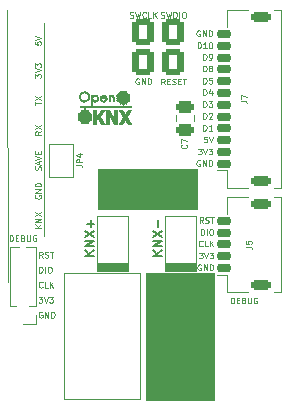
<source format=gbr>
%TF.GenerationSoftware,KiCad,Pcbnew,(7.0.0-0)*%
%TF.CreationDate,2023-03-02T20:45:30+01:00*%
%TF.ProjectId,OpenKNXiaO-Mini,4f70656e-4b4e-4586-9961-4f2d4d696e69,1.3*%
%TF.SameCoordinates,Original*%
%TF.FileFunction,Legend,Top*%
%TF.FilePolarity,Positive*%
%FSLAX46Y46*%
G04 Gerber Fmt 4.6, Leading zero omitted, Abs format (unit mm)*
G04 Created by KiCad (PCBNEW (7.0.0-0)) date 2023-03-02 20:45:30*
%MOMM*%
%LPD*%
G01*
G04 APERTURE LIST*
G04 Aperture macros list*
%AMRoundRect*
0 Rectangle with rounded corners*
0 $1 Rounding radius*
0 $2 $3 $4 $5 $6 $7 $8 $9 X,Y pos of 4 corners*
0 Add a 4 corners polygon primitive as box body*
4,1,4,$2,$3,$4,$5,$6,$7,$8,$9,$2,$3,0*
0 Add four circle primitives for the rounded corners*
1,1,$1+$1,$2,$3*
1,1,$1+$1,$4,$5*
1,1,$1+$1,$6,$7*
1,1,$1+$1,$8,$9*
0 Add four rect primitives between the rounded corners*
20,1,$1+$1,$2,$3,$4,$5,0*
20,1,$1+$1,$4,$5,$6,$7,0*
20,1,$1+$1,$6,$7,$8,$9,0*
20,1,$1+$1,$8,$9,$2,$3,0*%
G04 Aperture macros list end*
%ADD10C,0.125000*%
%ADD11C,0.187500*%
%ADD12C,0.200000*%
%ADD13C,0.120000*%
%ADD14C,0.100000*%
%ADD15C,0.150000*%
%ADD16C,0.010000*%
%ADD17R,8.500000X3.500000*%
%ADD18RoundRect,0.150000X0.475000X-0.150000X0.475000X0.150000X-0.475000X0.150000X-0.475000X-0.150000X0*%
%ADD19RoundRect,0.225000X0.625000X-0.225000X0.625000X0.225000X-0.625000X0.225000X-0.625000X-0.225000X0*%
%ADD20R,1.500000X1.000000*%
%ADD21R,2.000000X3.500000*%
%ADD22RoundRect,0.250000X-0.475000X0.250000X-0.475000X-0.250000X0.475000X-0.250000X0.475000X0.250000X0*%
%ADD23R,1.000000X1.000000*%
%ADD24O,1.000000X1.000000*%
%ADD25O,1.700000X1.700000*%
%ADD26R,1.700000X1.700000*%
%ADD27RoundRect,0.270000X-0.630000X-0.830000X0.630000X-0.830000X0.630000X0.830000X-0.630000X0.830000X0*%
G04 APERTURE END LIST*
D10*
%TO.C,J5*%
X132023690Y-119526666D02*
X132380833Y-119526666D01*
X132380833Y-119526666D02*
X132452261Y-119550475D01*
X132452261Y-119550475D02*
X132499880Y-119598094D01*
X132499880Y-119598094D02*
X132523690Y-119669523D01*
X132523690Y-119669523D02*
X132523690Y-119717142D01*
X132023690Y-119050476D02*
X132023690Y-119288571D01*
X132023690Y-119288571D02*
X132261785Y-119312380D01*
X132261785Y-119312380D02*
X132237976Y-119288571D01*
X132237976Y-119288571D02*
X132214166Y-119240952D01*
X132214166Y-119240952D02*
X132214166Y-119121904D01*
X132214166Y-119121904D02*
X132237976Y-119074285D01*
X132237976Y-119074285D02*
X132261785Y-119050476D01*
X132261785Y-119050476D02*
X132309404Y-119026666D01*
X132309404Y-119026666D02*
X132428452Y-119026666D01*
X132428452Y-119026666D02*
X132476071Y-119050476D01*
X132476071Y-119050476D02*
X132499880Y-119074285D01*
X132499880Y-119074285D02*
X132523690Y-119121904D01*
X132523690Y-119121904D02*
X132523690Y-119240952D01*
X132523690Y-119240952D02*
X132499880Y-119288571D01*
X132499880Y-119288571D02*
X132476071Y-119312380D01*
X128406190Y-117533690D02*
X128239524Y-117295595D01*
X128120476Y-117533690D02*
X128120476Y-117033690D01*
X128120476Y-117033690D02*
X128310952Y-117033690D01*
X128310952Y-117033690D02*
X128358571Y-117057500D01*
X128358571Y-117057500D02*
X128382381Y-117081309D01*
X128382381Y-117081309D02*
X128406190Y-117128928D01*
X128406190Y-117128928D02*
X128406190Y-117200357D01*
X128406190Y-117200357D02*
X128382381Y-117247976D01*
X128382381Y-117247976D02*
X128358571Y-117271785D01*
X128358571Y-117271785D02*
X128310952Y-117295595D01*
X128310952Y-117295595D02*
X128120476Y-117295595D01*
X128596667Y-117509880D02*
X128668095Y-117533690D01*
X128668095Y-117533690D02*
X128787143Y-117533690D01*
X128787143Y-117533690D02*
X128834762Y-117509880D01*
X128834762Y-117509880D02*
X128858571Y-117486071D01*
X128858571Y-117486071D02*
X128882381Y-117438452D01*
X128882381Y-117438452D02*
X128882381Y-117390833D01*
X128882381Y-117390833D02*
X128858571Y-117343214D01*
X128858571Y-117343214D02*
X128834762Y-117319404D01*
X128834762Y-117319404D02*
X128787143Y-117295595D01*
X128787143Y-117295595D02*
X128691905Y-117271785D01*
X128691905Y-117271785D02*
X128644286Y-117247976D01*
X128644286Y-117247976D02*
X128620476Y-117224166D01*
X128620476Y-117224166D02*
X128596667Y-117176547D01*
X128596667Y-117176547D02*
X128596667Y-117128928D01*
X128596667Y-117128928D02*
X128620476Y-117081309D01*
X128620476Y-117081309D02*
X128644286Y-117057500D01*
X128644286Y-117057500D02*
X128691905Y-117033690D01*
X128691905Y-117033690D02*
X128810952Y-117033690D01*
X128810952Y-117033690D02*
X128882381Y-117057500D01*
X129025238Y-117033690D02*
X129310952Y-117033690D01*
X129168095Y-117533690D02*
X129168095Y-117033690D01*
X128358570Y-119466071D02*
X128334761Y-119489880D01*
X128334761Y-119489880D02*
X128263332Y-119513690D01*
X128263332Y-119513690D02*
X128215713Y-119513690D01*
X128215713Y-119513690D02*
X128144285Y-119489880D01*
X128144285Y-119489880D02*
X128096666Y-119442261D01*
X128096666Y-119442261D02*
X128072856Y-119394642D01*
X128072856Y-119394642D02*
X128049047Y-119299404D01*
X128049047Y-119299404D02*
X128049047Y-119227976D01*
X128049047Y-119227976D02*
X128072856Y-119132738D01*
X128072856Y-119132738D02*
X128096666Y-119085119D01*
X128096666Y-119085119D02*
X128144285Y-119037500D01*
X128144285Y-119037500D02*
X128215713Y-119013690D01*
X128215713Y-119013690D02*
X128263332Y-119013690D01*
X128263332Y-119013690D02*
X128334761Y-119037500D01*
X128334761Y-119037500D02*
X128358570Y-119061309D01*
X128810951Y-119513690D02*
X128572856Y-119513690D01*
X128572856Y-119513690D02*
X128572856Y-119013690D01*
X128977618Y-119513690D02*
X128977618Y-119013690D01*
X129263332Y-119513690D02*
X129049047Y-119227976D01*
X129263332Y-119013690D02*
X128977618Y-119299404D01*
X128215713Y-121047500D02*
X128168094Y-121023690D01*
X128168094Y-121023690D02*
X128096665Y-121023690D01*
X128096665Y-121023690D02*
X128025237Y-121047500D01*
X128025237Y-121047500D02*
X127977618Y-121095119D01*
X127977618Y-121095119D02*
X127953808Y-121142738D01*
X127953808Y-121142738D02*
X127929999Y-121237976D01*
X127929999Y-121237976D02*
X127929999Y-121309404D01*
X127929999Y-121309404D02*
X127953808Y-121404642D01*
X127953808Y-121404642D02*
X127977618Y-121452261D01*
X127977618Y-121452261D02*
X128025237Y-121499880D01*
X128025237Y-121499880D02*
X128096665Y-121523690D01*
X128096665Y-121523690D02*
X128144284Y-121523690D01*
X128144284Y-121523690D02*
X128215713Y-121499880D01*
X128215713Y-121499880D02*
X128239522Y-121476071D01*
X128239522Y-121476071D02*
X128239522Y-121309404D01*
X128239522Y-121309404D02*
X128144284Y-121309404D01*
X128453808Y-121523690D02*
X128453808Y-121023690D01*
X128453808Y-121023690D02*
X128739522Y-121523690D01*
X128739522Y-121523690D02*
X128739522Y-121023690D01*
X128977618Y-121523690D02*
X128977618Y-121023690D01*
X128977618Y-121023690D02*
X129096666Y-121023690D01*
X129096666Y-121023690D02*
X129168094Y-121047500D01*
X129168094Y-121047500D02*
X129215713Y-121095119D01*
X129215713Y-121095119D02*
X129239523Y-121142738D01*
X129239523Y-121142738D02*
X129263332Y-121237976D01*
X129263332Y-121237976D02*
X129263332Y-121309404D01*
X129263332Y-121309404D02*
X129239523Y-121404642D01*
X129239523Y-121404642D02*
X129215713Y-121452261D01*
X129215713Y-121452261D02*
X129168094Y-121499880D01*
X129168094Y-121499880D02*
X129096666Y-121523690D01*
X129096666Y-121523690D02*
X128977618Y-121523690D01*
X128049048Y-120033690D02*
X128358572Y-120033690D01*
X128358572Y-120033690D02*
X128191905Y-120224166D01*
X128191905Y-120224166D02*
X128263334Y-120224166D01*
X128263334Y-120224166D02*
X128310953Y-120247976D01*
X128310953Y-120247976D02*
X128334762Y-120271785D01*
X128334762Y-120271785D02*
X128358572Y-120319404D01*
X128358572Y-120319404D02*
X128358572Y-120438452D01*
X128358572Y-120438452D02*
X128334762Y-120486071D01*
X128334762Y-120486071D02*
X128310953Y-120509880D01*
X128310953Y-120509880D02*
X128263334Y-120533690D01*
X128263334Y-120533690D02*
X128120477Y-120533690D01*
X128120477Y-120533690D02*
X128072858Y-120509880D01*
X128072858Y-120509880D02*
X128049048Y-120486071D01*
X128501429Y-120033690D02*
X128668095Y-120533690D01*
X128668095Y-120533690D02*
X128834762Y-120033690D01*
X128953809Y-120033690D02*
X129263333Y-120033690D01*
X129263333Y-120033690D02*
X129096666Y-120224166D01*
X129096666Y-120224166D02*
X129168095Y-120224166D01*
X129168095Y-120224166D02*
X129215714Y-120247976D01*
X129215714Y-120247976D02*
X129239523Y-120271785D01*
X129239523Y-120271785D02*
X129263333Y-120319404D01*
X129263333Y-120319404D02*
X129263333Y-120438452D01*
X129263333Y-120438452D02*
X129239523Y-120486071D01*
X129239523Y-120486071D02*
X129215714Y-120509880D01*
X129215714Y-120509880D02*
X129168095Y-120533690D01*
X129168095Y-120533690D02*
X129025238Y-120533690D01*
X129025238Y-120533690D02*
X128977619Y-120509880D01*
X128977619Y-120509880D02*
X128953809Y-120486071D01*
X128215713Y-118543690D02*
X128215713Y-118043690D01*
X128215713Y-118043690D02*
X128334761Y-118043690D01*
X128334761Y-118043690D02*
X128406189Y-118067500D01*
X128406189Y-118067500D02*
X128453808Y-118115119D01*
X128453808Y-118115119D02*
X128477618Y-118162738D01*
X128477618Y-118162738D02*
X128501427Y-118257976D01*
X128501427Y-118257976D02*
X128501427Y-118329404D01*
X128501427Y-118329404D02*
X128477618Y-118424642D01*
X128477618Y-118424642D02*
X128453808Y-118472261D01*
X128453808Y-118472261D02*
X128406189Y-118519880D01*
X128406189Y-118519880D02*
X128334761Y-118543690D01*
X128334761Y-118543690D02*
X128215713Y-118543690D01*
X128715713Y-118543690D02*
X128715713Y-118043690D01*
X129049046Y-118043690D02*
X129144284Y-118043690D01*
X129144284Y-118043690D02*
X129191903Y-118067500D01*
X129191903Y-118067500D02*
X129239522Y-118115119D01*
X129239522Y-118115119D02*
X129263332Y-118210357D01*
X129263332Y-118210357D02*
X129263332Y-118377023D01*
X129263332Y-118377023D02*
X129239522Y-118472261D01*
X129239522Y-118472261D02*
X129191903Y-118519880D01*
X129191903Y-118519880D02*
X129144284Y-118543690D01*
X129144284Y-118543690D02*
X129049046Y-118543690D01*
X129049046Y-118543690D02*
X129001427Y-118519880D01*
X129001427Y-118519880D02*
X128953808Y-118472261D01*
X128953808Y-118472261D02*
X128929999Y-118377023D01*
X128929999Y-118377023D02*
X128929999Y-118210357D01*
X128929999Y-118210357D02*
X128953808Y-118115119D01*
X128953808Y-118115119D02*
X129001427Y-118067500D01*
X129001427Y-118067500D02*
X129049046Y-118043690D01*
X130740952Y-124343690D02*
X130740952Y-123843690D01*
X130740952Y-123843690D02*
X130860000Y-123843690D01*
X130860000Y-123843690D02*
X130931428Y-123867500D01*
X130931428Y-123867500D02*
X130979047Y-123915119D01*
X130979047Y-123915119D02*
X131002857Y-123962738D01*
X131002857Y-123962738D02*
X131026666Y-124057976D01*
X131026666Y-124057976D02*
X131026666Y-124129404D01*
X131026666Y-124129404D02*
X131002857Y-124224642D01*
X131002857Y-124224642D02*
X130979047Y-124272261D01*
X130979047Y-124272261D02*
X130931428Y-124319880D01*
X130931428Y-124319880D02*
X130860000Y-124343690D01*
X130860000Y-124343690D02*
X130740952Y-124343690D01*
X131240952Y-124081785D02*
X131407619Y-124081785D01*
X131479047Y-124343690D02*
X131240952Y-124343690D01*
X131240952Y-124343690D02*
X131240952Y-123843690D01*
X131240952Y-123843690D02*
X131479047Y-123843690D01*
X131860000Y-124081785D02*
X131931428Y-124105595D01*
X131931428Y-124105595D02*
X131955238Y-124129404D01*
X131955238Y-124129404D02*
X131979047Y-124177023D01*
X131979047Y-124177023D02*
X131979047Y-124248452D01*
X131979047Y-124248452D02*
X131955238Y-124296071D01*
X131955238Y-124296071D02*
X131931428Y-124319880D01*
X131931428Y-124319880D02*
X131883809Y-124343690D01*
X131883809Y-124343690D02*
X131693333Y-124343690D01*
X131693333Y-124343690D02*
X131693333Y-123843690D01*
X131693333Y-123843690D02*
X131860000Y-123843690D01*
X131860000Y-123843690D02*
X131907619Y-123867500D01*
X131907619Y-123867500D02*
X131931428Y-123891309D01*
X131931428Y-123891309D02*
X131955238Y-123938928D01*
X131955238Y-123938928D02*
X131955238Y-123986547D01*
X131955238Y-123986547D02*
X131931428Y-124034166D01*
X131931428Y-124034166D02*
X131907619Y-124057976D01*
X131907619Y-124057976D02*
X131860000Y-124081785D01*
X131860000Y-124081785D02*
X131693333Y-124081785D01*
X132193333Y-123843690D02*
X132193333Y-124248452D01*
X132193333Y-124248452D02*
X132217143Y-124296071D01*
X132217143Y-124296071D02*
X132240952Y-124319880D01*
X132240952Y-124319880D02*
X132288571Y-124343690D01*
X132288571Y-124343690D02*
X132383809Y-124343690D01*
X132383809Y-124343690D02*
X132431428Y-124319880D01*
X132431428Y-124319880D02*
X132455238Y-124296071D01*
X132455238Y-124296071D02*
X132479047Y-124248452D01*
X132479047Y-124248452D02*
X132479047Y-123843690D01*
X132979048Y-123867500D02*
X132931429Y-123843690D01*
X132931429Y-123843690D02*
X132860000Y-123843690D01*
X132860000Y-123843690D02*
X132788572Y-123867500D01*
X132788572Y-123867500D02*
X132740953Y-123915119D01*
X132740953Y-123915119D02*
X132717143Y-123962738D01*
X132717143Y-123962738D02*
X132693334Y-124057976D01*
X132693334Y-124057976D02*
X132693334Y-124129404D01*
X132693334Y-124129404D02*
X132717143Y-124224642D01*
X132717143Y-124224642D02*
X132740953Y-124272261D01*
X132740953Y-124272261D02*
X132788572Y-124319880D01*
X132788572Y-124319880D02*
X132860000Y-124343690D01*
X132860000Y-124343690D02*
X132907619Y-124343690D01*
X132907619Y-124343690D02*
X132979048Y-124319880D01*
X132979048Y-124319880D02*
X133002857Y-124296071D01*
X133002857Y-124296071D02*
X133002857Y-124129404D01*
X133002857Y-124129404D02*
X132907619Y-124129404D01*
%TO.C,J7*%
X131593690Y-107191666D02*
X131950833Y-107191666D01*
X131950833Y-107191666D02*
X132022261Y-107215475D01*
X132022261Y-107215475D02*
X132069880Y-107263094D01*
X132069880Y-107263094D02*
X132093690Y-107334523D01*
X132093690Y-107334523D02*
X132093690Y-107382142D01*
X131593690Y-107001190D02*
X131593690Y-106667857D01*
X131593690Y-106667857D02*
X132093690Y-106882142D01*
X127962382Y-111223690D02*
X128271906Y-111223690D01*
X128271906Y-111223690D02*
X128105239Y-111414166D01*
X128105239Y-111414166D02*
X128176668Y-111414166D01*
X128176668Y-111414166D02*
X128224287Y-111437976D01*
X128224287Y-111437976D02*
X128248096Y-111461785D01*
X128248096Y-111461785D02*
X128271906Y-111509404D01*
X128271906Y-111509404D02*
X128271906Y-111628452D01*
X128271906Y-111628452D02*
X128248096Y-111676071D01*
X128248096Y-111676071D02*
X128224287Y-111699880D01*
X128224287Y-111699880D02*
X128176668Y-111723690D01*
X128176668Y-111723690D02*
X128033811Y-111723690D01*
X128033811Y-111723690D02*
X127986192Y-111699880D01*
X127986192Y-111699880D02*
X127962382Y-111676071D01*
X128414763Y-111223690D02*
X128581429Y-111723690D01*
X128581429Y-111723690D02*
X128748096Y-111223690D01*
X128867143Y-111223690D02*
X129176667Y-111223690D01*
X129176667Y-111223690D02*
X129010000Y-111414166D01*
X129010000Y-111414166D02*
X129081429Y-111414166D01*
X129081429Y-111414166D02*
X129129048Y-111437976D01*
X129129048Y-111437976D02*
X129152857Y-111461785D01*
X129152857Y-111461785D02*
X129176667Y-111509404D01*
X129176667Y-111509404D02*
X129176667Y-111628452D01*
X129176667Y-111628452D02*
X129152857Y-111676071D01*
X129152857Y-111676071D02*
X129129048Y-111699880D01*
X129129048Y-111699880D02*
X129081429Y-111723690D01*
X129081429Y-111723690D02*
X128938572Y-111723690D01*
X128938572Y-111723690D02*
X128890953Y-111699880D01*
X128890953Y-111699880D02*
X128867143Y-111676071D01*
X128414762Y-107713690D02*
X128414762Y-107213690D01*
X128414762Y-107213690D02*
X128533810Y-107213690D01*
X128533810Y-107213690D02*
X128605238Y-107237500D01*
X128605238Y-107237500D02*
X128652857Y-107285119D01*
X128652857Y-107285119D02*
X128676667Y-107332738D01*
X128676667Y-107332738D02*
X128700476Y-107427976D01*
X128700476Y-107427976D02*
X128700476Y-107499404D01*
X128700476Y-107499404D02*
X128676667Y-107594642D01*
X128676667Y-107594642D02*
X128652857Y-107642261D01*
X128652857Y-107642261D02*
X128605238Y-107689880D01*
X128605238Y-107689880D02*
X128533810Y-107713690D01*
X128533810Y-107713690D02*
X128414762Y-107713690D01*
X128867143Y-107213690D02*
X129176667Y-107213690D01*
X129176667Y-107213690D02*
X129010000Y-107404166D01*
X129010000Y-107404166D02*
X129081429Y-107404166D01*
X129081429Y-107404166D02*
X129129048Y-107427976D01*
X129129048Y-107427976D02*
X129152857Y-107451785D01*
X129152857Y-107451785D02*
X129176667Y-107499404D01*
X129176667Y-107499404D02*
X129176667Y-107618452D01*
X129176667Y-107618452D02*
X129152857Y-107666071D01*
X129152857Y-107666071D02*
X129129048Y-107689880D01*
X129129048Y-107689880D02*
X129081429Y-107713690D01*
X129081429Y-107713690D02*
X128938572Y-107713690D01*
X128938572Y-107713690D02*
X128890953Y-107689880D01*
X128890953Y-107689880D02*
X128867143Y-107666071D01*
X128724286Y-110213690D02*
X128486191Y-110213690D01*
X128486191Y-110213690D02*
X128462382Y-110451785D01*
X128462382Y-110451785D02*
X128486191Y-110427976D01*
X128486191Y-110427976D02*
X128533810Y-110404166D01*
X128533810Y-110404166D02*
X128652858Y-110404166D01*
X128652858Y-110404166D02*
X128700477Y-110427976D01*
X128700477Y-110427976D02*
X128724286Y-110451785D01*
X128724286Y-110451785D02*
X128748096Y-110499404D01*
X128748096Y-110499404D02*
X128748096Y-110618452D01*
X128748096Y-110618452D02*
X128724286Y-110666071D01*
X128724286Y-110666071D02*
X128700477Y-110689880D01*
X128700477Y-110689880D02*
X128652858Y-110713690D01*
X128652858Y-110713690D02*
X128533810Y-110713690D01*
X128533810Y-110713690D02*
X128486191Y-110689880D01*
X128486191Y-110689880D02*
X128462382Y-110666071D01*
X128890953Y-110213690D02*
X129057619Y-110713690D01*
X129057619Y-110713690D02*
X129224286Y-110213690D01*
X128414762Y-103713690D02*
X128414762Y-103213690D01*
X128414762Y-103213690D02*
X128533810Y-103213690D01*
X128533810Y-103213690D02*
X128605238Y-103237500D01*
X128605238Y-103237500D02*
X128652857Y-103285119D01*
X128652857Y-103285119D02*
X128676667Y-103332738D01*
X128676667Y-103332738D02*
X128700476Y-103427976D01*
X128700476Y-103427976D02*
X128700476Y-103499404D01*
X128700476Y-103499404D02*
X128676667Y-103594642D01*
X128676667Y-103594642D02*
X128652857Y-103642261D01*
X128652857Y-103642261D02*
X128605238Y-103689880D01*
X128605238Y-103689880D02*
X128533810Y-103713690D01*
X128533810Y-103713690D02*
X128414762Y-103713690D01*
X128938572Y-103713690D02*
X129033810Y-103713690D01*
X129033810Y-103713690D02*
X129081429Y-103689880D01*
X129081429Y-103689880D02*
X129105238Y-103666071D01*
X129105238Y-103666071D02*
X129152857Y-103594642D01*
X129152857Y-103594642D02*
X129176667Y-103499404D01*
X129176667Y-103499404D02*
X129176667Y-103308928D01*
X129176667Y-103308928D02*
X129152857Y-103261309D01*
X129152857Y-103261309D02*
X129129048Y-103237500D01*
X129129048Y-103237500D02*
X129081429Y-103213690D01*
X129081429Y-103213690D02*
X128986191Y-103213690D01*
X128986191Y-103213690D02*
X128938572Y-103237500D01*
X128938572Y-103237500D02*
X128914762Y-103261309D01*
X128914762Y-103261309D02*
X128890953Y-103308928D01*
X128890953Y-103308928D02*
X128890953Y-103427976D01*
X128890953Y-103427976D02*
X128914762Y-103475595D01*
X128914762Y-103475595D02*
X128938572Y-103499404D01*
X128938572Y-103499404D02*
X128986191Y-103523214D01*
X128986191Y-103523214D02*
X129081429Y-103523214D01*
X129081429Y-103523214D02*
X129129048Y-103499404D01*
X129129048Y-103499404D02*
X129152857Y-103475595D01*
X129152857Y-103475595D02*
X129176667Y-103427976D01*
X128414762Y-106703690D02*
X128414762Y-106203690D01*
X128414762Y-106203690D02*
X128533810Y-106203690D01*
X128533810Y-106203690D02*
X128605238Y-106227500D01*
X128605238Y-106227500D02*
X128652857Y-106275119D01*
X128652857Y-106275119D02*
X128676667Y-106322738D01*
X128676667Y-106322738D02*
X128700476Y-106417976D01*
X128700476Y-106417976D02*
X128700476Y-106489404D01*
X128700476Y-106489404D02*
X128676667Y-106584642D01*
X128676667Y-106584642D02*
X128652857Y-106632261D01*
X128652857Y-106632261D02*
X128605238Y-106679880D01*
X128605238Y-106679880D02*
X128533810Y-106703690D01*
X128533810Y-106703690D02*
X128414762Y-106703690D01*
X129129048Y-106370357D02*
X129129048Y-106703690D01*
X129010000Y-106179880D02*
X128890953Y-106537023D01*
X128890953Y-106537023D02*
X129200476Y-106537023D01*
X128414762Y-105723690D02*
X128414762Y-105223690D01*
X128414762Y-105223690D02*
X128533810Y-105223690D01*
X128533810Y-105223690D02*
X128605238Y-105247500D01*
X128605238Y-105247500D02*
X128652857Y-105295119D01*
X128652857Y-105295119D02*
X128676667Y-105342738D01*
X128676667Y-105342738D02*
X128700476Y-105437976D01*
X128700476Y-105437976D02*
X128700476Y-105509404D01*
X128700476Y-105509404D02*
X128676667Y-105604642D01*
X128676667Y-105604642D02*
X128652857Y-105652261D01*
X128652857Y-105652261D02*
X128605238Y-105699880D01*
X128605238Y-105699880D02*
X128533810Y-105723690D01*
X128533810Y-105723690D02*
X128414762Y-105723690D01*
X129152857Y-105223690D02*
X128914762Y-105223690D01*
X128914762Y-105223690D02*
X128890953Y-105461785D01*
X128890953Y-105461785D02*
X128914762Y-105437976D01*
X128914762Y-105437976D02*
X128962381Y-105414166D01*
X128962381Y-105414166D02*
X129081429Y-105414166D01*
X129081429Y-105414166D02*
X129129048Y-105437976D01*
X129129048Y-105437976D02*
X129152857Y-105461785D01*
X129152857Y-105461785D02*
X129176667Y-105509404D01*
X129176667Y-105509404D02*
X129176667Y-105628452D01*
X129176667Y-105628452D02*
X129152857Y-105676071D01*
X129152857Y-105676071D02*
X129129048Y-105699880D01*
X129129048Y-105699880D02*
X129081429Y-105723690D01*
X129081429Y-105723690D02*
X128962381Y-105723690D01*
X128962381Y-105723690D02*
X128914762Y-105699880D01*
X128914762Y-105699880D02*
X128890953Y-105676071D01*
X127938572Y-102723690D02*
X127938572Y-102223690D01*
X127938572Y-102223690D02*
X128057620Y-102223690D01*
X128057620Y-102223690D02*
X128129048Y-102247500D01*
X128129048Y-102247500D02*
X128176667Y-102295119D01*
X128176667Y-102295119D02*
X128200477Y-102342738D01*
X128200477Y-102342738D02*
X128224286Y-102437976D01*
X128224286Y-102437976D02*
X128224286Y-102509404D01*
X128224286Y-102509404D02*
X128200477Y-102604642D01*
X128200477Y-102604642D02*
X128176667Y-102652261D01*
X128176667Y-102652261D02*
X128129048Y-102699880D01*
X128129048Y-102699880D02*
X128057620Y-102723690D01*
X128057620Y-102723690D02*
X127938572Y-102723690D01*
X128700477Y-102723690D02*
X128414763Y-102723690D01*
X128557620Y-102723690D02*
X128557620Y-102223690D01*
X128557620Y-102223690D02*
X128510001Y-102295119D01*
X128510001Y-102295119D02*
X128462382Y-102342738D01*
X128462382Y-102342738D02*
X128414763Y-102366547D01*
X129010000Y-102223690D02*
X129057619Y-102223690D01*
X129057619Y-102223690D02*
X129105238Y-102247500D01*
X129105238Y-102247500D02*
X129129048Y-102271309D01*
X129129048Y-102271309D02*
X129152857Y-102318928D01*
X129152857Y-102318928D02*
X129176667Y-102414166D01*
X129176667Y-102414166D02*
X129176667Y-102533214D01*
X129176667Y-102533214D02*
X129152857Y-102628452D01*
X129152857Y-102628452D02*
X129129048Y-102676071D01*
X129129048Y-102676071D02*
X129105238Y-102699880D01*
X129105238Y-102699880D02*
X129057619Y-102723690D01*
X129057619Y-102723690D02*
X129010000Y-102723690D01*
X129010000Y-102723690D02*
X128962381Y-102699880D01*
X128962381Y-102699880D02*
X128938572Y-102676071D01*
X128938572Y-102676071D02*
X128914762Y-102628452D01*
X128914762Y-102628452D02*
X128890953Y-102533214D01*
X128890953Y-102533214D02*
X128890953Y-102414166D01*
X128890953Y-102414166D02*
X128914762Y-102318928D01*
X128914762Y-102318928D02*
X128938572Y-102271309D01*
X128938572Y-102271309D02*
X128962381Y-102247500D01*
X128962381Y-102247500D02*
X129010000Y-102223690D01*
X128414762Y-104703690D02*
X128414762Y-104203690D01*
X128414762Y-104203690D02*
X128533810Y-104203690D01*
X128533810Y-104203690D02*
X128605238Y-104227500D01*
X128605238Y-104227500D02*
X128652857Y-104275119D01*
X128652857Y-104275119D02*
X128676667Y-104322738D01*
X128676667Y-104322738D02*
X128700476Y-104417976D01*
X128700476Y-104417976D02*
X128700476Y-104489404D01*
X128700476Y-104489404D02*
X128676667Y-104584642D01*
X128676667Y-104584642D02*
X128652857Y-104632261D01*
X128652857Y-104632261D02*
X128605238Y-104679880D01*
X128605238Y-104679880D02*
X128533810Y-104703690D01*
X128533810Y-104703690D02*
X128414762Y-104703690D01*
X128986191Y-104417976D02*
X128938572Y-104394166D01*
X128938572Y-104394166D02*
X128914762Y-104370357D01*
X128914762Y-104370357D02*
X128890953Y-104322738D01*
X128890953Y-104322738D02*
X128890953Y-104298928D01*
X128890953Y-104298928D02*
X128914762Y-104251309D01*
X128914762Y-104251309D02*
X128938572Y-104227500D01*
X128938572Y-104227500D02*
X128986191Y-104203690D01*
X128986191Y-104203690D02*
X129081429Y-104203690D01*
X129081429Y-104203690D02*
X129129048Y-104227500D01*
X129129048Y-104227500D02*
X129152857Y-104251309D01*
X129152857Y-104251309D02*
X129176667Y-104298928D01*
X129176667Y-104298928D02*
X129176667Y-104322738D01*
X129176667Y-104322738D02*
X129152857Y-104370357D01*
X129152857Y-104370357D02*
X129129048Y-104394166D01*
X129129048Y-104394166D02*
X129081429Y-104417976D01*
X129081429Y-104417976D02*
X128986191Y-104417976D01*
X128986191Y-104417976D02*
X128938572Y-104441785D01*
X128938572Y-104441785D02*
X128914762Y-104465595D01*
X128914762Y-104465595D02*
X128890953Y-104513214D01*
X128890953Y-104513214D02*
X128890953Y-104608452D01*
X128890953Y-104608452D02*
X128914762Y-104656071D01*
X128914762Y-104656071D02*
X128938572Y-104679880D01*
X128938572Y-104679880D02*
X128986191Y-104703690D01*
X128986191Y-104703690D02*
X129081429Y-104703690D01*
X129081429Y-104703690D02*
X129129048Y-104679880D01*
X129129048Y-104679880D02*
X129152857Y-104656071D01*
X129152857Y-104656071D02*
X129176667Y-104608452D01*
X129176667Y-104608452D02*
X129176667Y-104513214D01*
X129176667Y-104513214D02*
X129152857Y-104465595D01*
X129152857Y-104465595D02*
X129129048Y-104441785D01*
X129129048Y-104441785D02*
X129081429Y-104417976D01*
X128129047Y-112237500D02*
X128081428Y-112213690D01*
X128081428Y-112213690D02*
X128009999Y-112213690D01*
X128009999Y-112213690D02*
X127938571Y-112237500D01*
X127938571Y-112237500D02*
X127890952Y-112285119D01*
X127890952Y-112285119D02*
X127867142Y-112332738D01*
X127867142Y-112332738D02*
X127843333Y-112427976D01*
X127843333Y-112427976D02*
X127843333Y-112499404D01*
X127843333Y-112499404D02*
X127867142Y-112594642D01*
X127867142Y-112594642D02*
X127890952Y-112642261D01*
X127890952Y-112642261D02*
X127938571Y-112689880D01*
X127938571Y-112689880D02*
X128009999Y-112713690D01*
X128009999Y-112713690D02*
X128057618Y-112713690D01*
X128057618Y-112713690D02*
X128129047Y-112689880D01*
X128129047Y-112689880D02*
X128152856Y-112666071D01*
X128152856Y-112666071D02*
X128152856Y-112499404D01*
X128152856Y-112499404D02*
X128057618Y-112499404D01*
X128367142Y-112713690D02*
X128367142Y-112213690D01*
X128367142Y-112213690D02*
X128652856Y-112713690D01*
X128652856Y-112713690D02*
X128652856Y-112213690D01*
X128890952Y-112713690D02*
X128890952Y-112213690D01*
X128890952Y-112213690D02*
X129010000Y-112213690D01*
X129010000Y-112213690D02*
X129081428Y-112237500D01*
X129081428Y-112237500D02*
X129129047Y-112285119D01*
X129129047Y-112285119D02*
X129152857Y-112332738D01*
X129152857Y-112332738D02*
X129176666Y-112427976D01*
X129176666Y-112427976D02*
X129176666Y-112499404D01*
X129176666Y-112499404D02*
X129152857Y-112594642D01*
X129152857Y-112594642D02*
X129129047Y-112642261D01*
X129129047Y-112642261D02*
X129081428Y-112689880D01*
X129081428Y-112689880D02*
X129010000Y-112713690D01*
X129010000Y-112713690D02*
X128890952Y-112713690D01*
X128129047Y-101237500D02*
X128081428Y-101213690D01*
X128081428Y-101213690D02*
X128009999Y-101213690D01*
X128009999Y-101213690D02*
X127938571Y-101237500D01*
X127938571Y-101237500D02*
X127890952Y-101285119D01*
X127890952Y-101285119D02*
X127867142Y-101332738D01*
X127867142Y-101332738D02*
X127843333Y-101427976D01*
X127843333Y-101427976D02*
X127843333Y-101499404D01*
X127843333Y-101499404D02*
X127867142Y-101594642D01*
X127867142Y-101594642D02*
X127890952Y-101642261D01*
X127890952Y-101642261D02*
X127938571Y-101689880D01*
X127938571Y-101689880D02*
X128009999Y-101713690D01*
X128009999Y-101713690D02*
X128057618Y-101713690D01*
X128057618Y-101713690D02*
X128129047Y-101689880D01*
X128129047Y-101689880D02*
X128152856Y-101666071D01*
X128152856Y-101666071D02*
X128152856Y-101499404D01*
X128152856Y-101499404D02*
X128057618Y-101499404D01*
X128367142Y-101713690D02*
X128367142Y-101213690D01*
X128367142Y-101213690D02*
X128652856Y-101713690D01*
X128652856Y-101713690D02*
X128652856Y-101213690D01*
X128890952Y-101713690D02*
X128890952Y-101213690D01*
X128890952Y-101213690D02*
X129010000Y-101213690D01*
X129010000Y-101213690D02*
X129081428Y-101237500D01*
X129081428Y-101237500D02*
X129129047Y-101285119D01*
X129129047Y-101285119D02*
X129152857Y-101332738D01*
X129152857Y-101332738D02*
X129176666Y-101427976D01*
X129176666Y-101427976D02*
X129176666Y-101499404D01*
X129176666Y-101499404D02*
X129152857Y-101594642D01*
X129152857Y-101594642D02*
X129129047Y-101642261D01*
X129129047Y-101642261D02*
X129081428Y-101689880D01*
X129081428Y-101689880D02*
X129010000Y-101713690D01*
X129010000Y-101713690D02*
X128890952Y-101713690D01*
X128414762Y-109713690D02*
X128414762Y-109213690D01*
X128414762Y-109213690D02*
X128533810Y-109213690D01*
X128533810Y-109213690D02*
X128605238Y-109237500D01*
X128605238Y-109237500D02*
X128652857Y-109285119D01*
X128652857Y-109285119D02*
X128676667Y-109332738D01*
X128676667Y-109332738D02*
X128700476Y-109427976D01*
X128700476Y-109427976D02*
X128700476Y-109499404D01*
X128700476Y-109499404D02*
X128676667Y-109594642D01*
X128676667Y-109594642D02*
X128652857Y-109642261D01*
X128652857Y-109642261D02*
X128605238Y-109689880D01*
X128605238Y-109689880D02*
X128533810Y-109713690D01*
X128533810Y-109713690D02*
X128414762Y-109713690D01*
X129176667Y-109713690D02*
X128890953Y-109713690D01*
X129033810Y-109713690D02*
X129033810Y-109213690D01*
X129033810Y-109213690D02*
X128986191Y-109285119D01*
X128986191Y-109285119D02*
X128938572Y-109332738D01*
X128938572Y-109332738D02*
X128890953Y-109356547D01*
X128414762Y-108713690D02*
X128414762Y-108213690D01*
X128414762Y-108213690D02*
X128533810Y-108213690D01*
X128533810Y-108213690D02*
X128605238Y-108237500D01*
X128605238Y-108237500D02*
X128652857Y-108285119D01*
X128652857Y-108285119D02*
X128676667Y-108332738D01*
X128676667Y-108332738D02*
X128700476Y-108427976D01*
X128700476Y-108427976D02*
X128700476Y-108499404D01*
X128700476Y-108499404D02*
X128676667Y-108594642D01*
X128676667Y-108594642D02*
X128652857Y-108642261D01*
X128652857Y-108642261D02*
X128605238Y-108689880D01*
X128605238Y-108689880D02*
X128533810Y-108713690D01*
X128533810Y-108713690D02*
X128414762Y-108713690D01*
X128890953Y-108261309D02*
X128914762Y-108237500D01*
X128914762Y-108237500D02*
X128962381Y-108213690D01*
X128962381Y-108213690D02*
X129081429Y-108213690D01*
X129081429Y-108213690D02*
X129129048Y-108237500D01*
X129129048Y-108237500D02*
X129152857Y-108261309D01*
X129152857Y-108261309D02*
X129176667Y-108308928D01*
X129176667Y-108308928D02*
X129176667Y-108356547D01*
X129176667Y-108356547D02*
X129152857Y-108427976D01*
X129152857Y-108427976D02*
X128867143Y-108713690D01*
X128867143Y-108713690D02*
X129176667Y-108713690D01*
%TO.C,REF42*%
X119817619Y-114503690D02*
X119984285Y-115003690D01*
X119984285Y-115003690D02*
X120150952Y-114503690D01*
X120579523Y-115003690D02*
X120293809Y-115003690D01*
X120436666Y-115003690D02*
X120436666Y-114503690D01*
X120436666Y-114503690D02*
X120389047Y-114575119D01*
X120389047Y-114575119D02*
X120341428Y-114622738D01*
X120341428Y-114622738D02*
X120293809Y-114646547D01*
X120793808Y-114956071D02*
X120817618Y-114979880D01*
X120817618Y-114979880D02*
X120793808Y-115003690D01*
X120793808Y-115003690D02*
X120769999Y-114979880D01*
X120769999Y-114979880D02*
X120793808Y-114956071D01*
X120793808Y-114956071D02*
X120793808Y-115003690D01*
X121127141Y-114503690D02*
X121174760Y-114503690D01*
X121174760Y-114503690D02*
X121222379Y-114527500D01*
X121222379Y-114527500D02*
X121246189Y-114551309D01*
X121246189Y-114551309D02*
X121269998Y-114598928D01*
X121269998Y-114598928D02*
X121293808Y-114694166D01*
X121293808Y-114694166D02*
X121293808Y-114813214D01*
X121293808Y-114813214D02*
X121269998Y-114908452D01*
X121269998Y-114908452D02*
X121246189Y-114956071D01*
X121246189Y-114956071D02*
X121222379Y-114979880D01*
X121222379Y-114979880D02*
X121174760Y-115003690D01*
X121174760Y-115003690D02*
X121127141Y-115003690D01*
X121127141Y-115003690D02*
X121079522Y-114979880D01*
X121079522Y-114979880D02*
X121055713Y-114956071D01*
X121055713Y-114956071D02*
X121031903Y-114908452D01*
X121031903Y-114908452D02*
X121008094Y-114813214D01*
X121008094Y-114813214D02*
X121008094Y-114694166D01*
X121008094Y-114694166D02*
X121031903Y-114598928D01*
X121031903Y-114598928D02*
X121055713Y-114551309D01*
X121055713Y-114551309D02*
X121079522Y-114527500D01*
X121079522Y-114527500D02*
X121127141Y-114503690D01*
D11*
X119848571Y-113999070D02*
X119848571Y-113249070D01*
X120277142Y-113999070D02*
X119955714Y-113570499D01*
X120277142Y-113249070D02*
X119848571Y-113677642D01*
X120598571Y-113999070D02*
X120598571Y-113249070D01*
X120598571Y-113249070D02*
X121027142Y-113999070D01*
X121027142Y-113999070D02*
X121027142Y-113249070D01*
X121312856Y-113249070D02*
X121812856Y-113999070D01*
X121812856Y-113249070D02*
X121312856Y-113999070D01*
X122098571Y-113999070D02*
X122098571Y-113499070D01*
X122098571Y-113249070D02*
X122062857Y-113284785D01*
X122062857Y-113284785D02*
X122098571Y-113320499D01*
X122098571Y-113320499D02*
X122134285Y-113284785D01*
X122134285Y-113284785D02*
X122098571Y-113249070D01*
X122098571Y-113249070D02*
X122098571Y-113320499D01*
X122777143Y-113999070D02*
X122777143Y-113606213D01*
X122777143Y-113606213D02*
X122741428Y-113534785D01*
X122741428Y-113534785D02*
X122670000Y-113499070D01*
X122670000Y-113499070D02*
X122527143Y-113499070D01*
X122527143Y-113499070D02*
X122455714Y-113534785D01*
X122777143Y-113963356D02*
X122705714Y-113999070D01*
X122705714Y-113999070D02*
X122527143Y-113999070D01*
X122527143Y-113999070D02*
X122455714Y-113963356D01*
X122455714Y-113963356D02*
X122420000Y-113891927D01*
X122420000Y-113891927D02*
X122420000Y-113820499D01*
X122420000Y-113820499D02*
X122455714Y-113749070D01*
X122455714Y-113749070D02*
X122527143Y-113713356D01*
X122527143Y-113713356D02*
X122705714Y-113713356D01*
X122705714Y-113713356D02*
X122777143Y-113677642D01*
X123277142Y-113249070D02*
X123419999Y-113249070D01*
X123419999Y-113249070D02*
X123491428Y-113284785D01*
X123491428Y-113284785D02*
X123562856Y-113356213D01*
X123562856Y-113356213D02*
X123598571Y-113499070D01*
X123598571Y-113499070D02*
X123598571Y-113749070D01*
X123598571Y-113749070D02*
X123562856Y-113891927D01*
X123562856Y-113891927D02*
X123491428Y-113963356D01*
X123491428Y-113963356D02*
X123419999Y-113999070D01*
X123419999Y-113999070D02*
X123277142Y-113999070D01*
X123277142Y-113999070D02*
X123205714Y-113963356D01*
X123205714Y-113963356D02*
X123134285Y-113891927D01*
X123134285Y-113891927D02*
X123098571Y-113749070D01*
X123098571Y-113749070D02*
X123098571Y-113499070D01*
X123098571Y-113499070D02*
X123134285Y-113356213D01*
X123134285Y-113356213D02*
X123205714Y-113284785D01*
X123205714Y-113284785D02*
X123277142Y-113249070D01*
D10*
X122371906Y-114622738D02*
X122324287Y-114598928D01*
X122324287Y-114598928D02*
X122229049Y-114598928D01*
X122229049Y-114598928D02*
X122181430Y-114622738D01*
X122181430Y-114622738D02*
X122133811Y-114670357D01*
X122133811Y-114670357D02*
X122110001Y-114717976D01*
X122110001Y-114717976D02*
X122110001Y-114813214D01*
X122110001Y-114813214D02*
X122133811Y-114860833D01*
X122133811Y-114860833D02*
X122181430Y-114908452D01*
X122181430Y-114908452D02*
X122229049Y-114932261D01*
X122229049Y-114932261D02*
X122324287Y-114932261D01*
X122324287Y-114932261D02*
X122371906Y-114908452D01*
X122276668Y-114432261D02*
X122157620Y-114456071D01*
X122157620Y-114456071D02*
X122038573Y-114527500D01*
X122038573Y-114527500D02*
X121967144Y-114646547D01*
X121967144Y-114646547D02*
X121943335Y-114765595D01*
X121943335Y-114765595D02*
X121967144Y-114884642D01*
X121967144Y-114884642D02*
X122038573Y-115003690D01*
X122038573Y-115003690D02*
X122157620Y-115075119D01*
X122157620Y-115075119D02*
X122276668Y-115098928D01*
X122276668Y-115098928D02*
X122395716Y-115075119D01*
X122395716Y-115075119D02*
X122514763Y-115003690D01*
X122514763Y-115003690D02*
X122586192Y-114884642D01*
X122586192Y-114884642D02*
X122610001Y-114765595D01*
X122610001Y-114765595D02*
X122586192Y-114646547D01*
X122586192Y-114646547D02*
X122514763Y-114527500D01*
X122514763Y-114527500D02*
X122395716Y-114456071D01*
X122395716Y-114456071D02*
X122276668Y-114432261D01*
X122800478Y-114551309D02*
X122824287Y-114527500D01*
X122824287Y-114527500D02*
X122871906Y-114503690D01*
X122871906Y-114503690D02*
X122990954Y-114503690D01*
X122990954Y-114503690D02*
X123038573Y-114527500D01*
X123038573Y-114527500D02*
X123062382Y-114551309D01*
X123062382Y-114551309D02*
X123086192Y-114598928D01*
X123086192Y-114598928D02*
X123086192Y-114646547D01*
X123086192Y-114646547D02*
X123062382Y-114717976D01*
X123062382Y-114717976D02*
X122776668Y-115003690D01*
X122776668Y-115003690D02*
X123086192Y-115003690D01*
X123395715Y-114503690D02*
X123443334Y-114503690D01*
X123443334Y-114503690D02*
X123490953Y-114527500D01*
X123490953Y-114527500D02*
X123514763Y-114551309D01*
X123514763Y-114551309D02*
X123538572Y-114598928D01*
X123538572Y-114598928D02*
X123562382Y-114694166D01*
X123562382Y-114694166D02*
X123562382Y-114813214D01*
X123562382Y-114813214D02*
X123538572Y-114908452D01*
X123538572Y-114908452D02*
X123514763Y-114956071D01*
X123514763Y-114956071D02*
X123490953Y-114979880D01*
X123490953Y-114979880D02*
X123443334Y-115003690D01*
X123443334Y-115003690D02*
X123395715Y-115003690D01*
X123395715Y-115003690D02*
X123348096Y-114979880D01*
X123348096Y-114979880D02*
X123324287Y-114956071D01*
X123324287Y-114956071D02*
X123300477Y-114908452D01*
X123300477Y-114908452D02*
X123276668Y-114813214D01*
X123276668Y-114813214D02*
X123276668Y-114694166D01*
X123276668Y-114694166D02*
X123300477Y-114598928D01*
X123300477Y-114598928D02*
X123324287Y-114551309D01*
X123324287Y-114551309D02*
X123348096Y-114527500D01*
X123348096Y-114527500D02*
X123395715Y-114503690D01*
X123752858Y-114551309D02*
X123776667Y-114527500D01*
X123776667Y-114527500D02*
X123824286Y-114503690D01*
X123824286Y-114503690D02*
X123943334Y-114503690D01*
X123943334Y-114503690D02*
X123990953Y-114527500D01*
X123990953Y-114527500D02*
X124014762Y-114551309D01*
X124014762Y-114551309D02*
X124038572Y-114598928D01*
X124038572Y-114598928D02*
X124038572Y-114646547D01*
X124038572Y-114646547D02*
X124014762Y-114717976D01*
X124014762Y-114717976D02*
X123729048Y-115003690D01*
X123729048Y-115003690D02*
X124038572Y-115003690D01*
X124205238Y-114503690D02*
X124514762Y-114503690D01*
X124514762Y-114503690D02*
X124348095Y-114694166D01*
X124348095Y-114694166D02*
X124419524Y-114694166D01*
X124419524Y-114694166D02*
X124467143Y-114717976D01*
X124467143Y-114717976D02*
X124490952Y-114741785D01*
X124490952Y-114741785D02*
X124514762Y-114789404D01*
X124514762Y-114789404D02*
X124514762Y-114908452D01*
X124514762Y-114908452D02*
X124490952Y-114956071D01*
X124490952Y-114956071D02*
X124467143Y-114979880D01*
X124467143Y-114979880D02*
X124419524Y-115003690D01*
X124419524Y-115003690D02*
X124276667Y-115003690D01*
X124276667Y-115003690D02*
X124229048Y-114979880D01*
X124229048Y-114979880D02*
X124205238Y-114956071D01*
X119789047Y-115701785D02*
X119955714Y-115701785D01*
X120027142Y-115963690D02*
X119789047Y-115963690D01*
X119789047Y-115963690D02*
X119789047Y-115463690D01*
X119789047Y-115463690D02*
X120027142Y-115463690D01*
X120527142Y-115963690D02*
X120360476Y-115725595D01*
X120241428Y-115963690D02*
X120241428Y-115463690D01*
X120241428Y-115463690D02*
X120431904Y-115463690D01*
X120431904Y-115463690D02*
X120479523Y-115487500D01*
X120479523Y-115487500D02*
X120503333Y-115511309D01*
X120503333Y-115511309D02*
X120527142Y-115558928D01*
X120527142Y-115558928D02*
X120527142Y-115630357D01*
X120527142Y-115630357D02*
X120503333Y-115677976D01*
X120503333Y-115677976D02*
X120479523Y-115701785D01*
X120479523Y-115701785D02*
X120431904Y-115725595D01*
X120431904Y-115725595D02*
X120241428Y-115725595D01*
X120741428Y-115963690D02*
X120741428Y-115463690D01*
X121027142Y-115963690D02*
X120812857Y-115677976D01*
X121027142Y-115463690D02*
X120741428Y-115749404D01*
X121217619Y-115820833D02*
X121455714Y-115820833D01*
X121170000Y-115963690D02*
X121336666Y-115463690D01*
X121336666Y-115463690D02*
X121503333Y-115963690D01*
X121669999Y-115963690D02*
X121669999Y-115463690D01*
X121669999Y-115463690D02*
X121955713Y-115963690D01*
X121955713Y-115963690D02*
X121955713Y-115463690D01*
X122779523Y-115916071D02*
X122755714Y-115939880D01*
X122755714Y-115939880D02*
X122684285Y-115963690D01*
X122684285Y-115963690D02*
X122636666Y-115963690D01*
X122636666Y-115963690D02*
X122565238Y-115939880D01*
X122565238Y-115939880D02*
X122517619Y-115892261D01*
X122517619Y-115892261D02*
X122493809Y-115844642D01*
X122493809Y-115844642D02*
X122470000Y-115749404D01*
X122470000Y-115749404D02*
X122470000Y-115677976D01*
X122470000Y-115677976D02*
X122493809Y-115582738D01*
X122493809Y-115582738D02*
X122517619Y-115535119D01*
X122517619Y-115535119D02*
X122565238Y-115487500D01*
X122565238Y-115487500D02*
X122636666Y-115463690D01*
X122636666Y-115463690D02*
X122684285Y-115463690D01*
X122684285Y-115463690D02*
X122755714Y-115487500D01*
X122755714Y-115487500D02*
X122779523Y-115511309D01*
X122660476Y-115987500D02*
X122708095Y-116011309D01*
X122708095Y-116011309D02*
X122731904Y-116058928D01*
X122731904Y-116058928D02*
X122708095Y-116106547D01*
X122708095Y-116106547D02*
X122660476Y-116130357D01*
X122660476Y-116130357D02*
X122589047Y-116130357D01*
X123089047Y-115463690D02*
X123184285Y-115463690D01*
X123184285Y-115463690D02*
X123231904Y-115487500D01*
X123231904Y-115487500D02*
X123279523Y-115535119D01*
X123279523Y-115535119D02*
X123303333Y-115630357D01*
X123303333Y-115630357D02*
X123303333Y-115797023D01*
X123303333Y-115797023D02*
X123279523Y-115892261D01*
X123279523Y-115892261D02*
X123231904Y-115939880D01*
X123231904Y-115939880D02*
X123184285Y-115963690D01*
X123184285Y-115963690D02*
X123089047Y-115963690D01*
X123089047Y-115963690D02*
X123041428Y-115939880D01*
X123041428Y-115939880D02*
X122993809Y-115892261D01*
X122993809Y-115892261D02*
X122970000Y-115797023D01*
X122970000Y-115797023D02*
X122970000Y-115630357D01*
X122970000Y-115630357D02*
X122993809Y-115535119D01*
X122993809Y-115535119D02*
X123041428Y-115487500D01*
X123041428Y-115487500D02*
X123089047Y-115463690D01*
X123755714Y-115963690D02*
X123517619Y-115963690D01*
X123517619Y-115963690D02*
X123517619Y-115463690D01*
X123898572Y-115820833D02*
X124136667Y-115820833D01*
X123850953Y-115963690D02*
X124017619Y-115463690D01*
X124017619Y-115463690D02*
X124184286Y-115963690D01*
X124350952Y-115963690D02*
X124350952Y-115463690D01*
X124636666Y-115963690D02*
X124422381Y-115677976D01*
X124636666Y-115463690D02*
X124350952Y-115749404D01*
%TO.C,JP4*%
X117663690Y-112636666D02*
X118020833Y-112636666D01*
X118020833Y-112636666D02*
X118092261Y-112660475D01*
X118092261Y-112660475D02*
X118139880Y-112708094D01*
X118139880Y-112708094D02*
X118163690Y-112779523D01*
X118163690Y-112779523D02*
X118163690Y-112827142D01*
X118163690Y-112398571D02*
X117663690Y-112398571D01*
X117663690Y-112398571D02*
X117663690Y-112208095D01*
X117663690Y-112208095D02*
X117687500Y-112160476D01*
X117687500Y-112160476D02*
X117711309Y-112136666D01*
X117711309Y-112136666D02*
X117758928Y-112112857D01*
X117758928Y-112112857D02*
X117830357Y-112112857D01*
X117830357Y-112112857D02*
X117877976Y-112136666D01*
X117877976Y-112136666D02*
X117901785Y-112160476D01*
X117901785Y-112160476D02*
X117925595Y-112208095D01*
X117925595Y-112208095D02*
X117925595Y-112398571D01*
X117830357Y-111684285D02*
X118163690Y-111684285D01*
X117639880Y-111803333D02*
X117997023Y-111922380D01*
X117997023Y-111922380D02*
X117997023Y-111612857D01*
D12*
%TO.C,J1*%
X124923904Y-120304711D02*
X124123904Y-120304711D01*
X124923904Y-119847568D02*
X124466761Y-120190426D01*
X124123904Y-119847568D02*
X124581047Y-120304711D01*
X124923904Y-119504711D02*
X124123904Y-119504711D01*
X124123904Y-119504711D02*
X124923904Y-119047568D01*
X124923904Y-119047568D02*
X124123904Y-119047568D01*
X124123904Y-118742807D02*
X124923904Y-118209473D01*
X124123904Y-118209473D02*
X124923904Y-118742807D01*
X124619142Y-117904711D02*
X124619142Y-117295188D01*
X119193904Y-120304711D02*
X118393904Y-120304711D01*
X119193904Y-119847568D02*
X118736761Y-120190426D01*
X118393904Y-119847568D02*
X118851047Y-120304711D01*
X119193904Y-119504711D02*
X118393904Y-119504711D01*
X118393904Y-119504711D02*
X119193904Y-119047568D01*
X119193904Y-119047568D02*
X118393904Y-119047568D01*
X118393904Y-118742807D02*
X119193904Y-118209473D01*
X118393904Y-118209473D02*
X119193904Y-118742807D01*
X118889142Y-117904711D02*
X118889142Y-117295188D01*
X119193904Y-117599949D02*
X118584380Y-117599949D01*
D10*
%TO.C,C7*%
X126996071Y-110903333D02*
X127019880Y-110927142D01*
X127019880Y-110927142D02*
X127043690Y-110998571D01*
X127043690Y-110998571D02*
X127043690Y-111046190D01*
X127043690Y-111046190D02*
X127019880Y-111117618D01*
X127019880Y-111117618D02*
X126972261Y-111165237D01*
X126972261Y-111165237D02*
X126924642Y-111189047D01*
X126924642Y-111189047D02*
X126829404Y-111212856D01*
X126829404Y-111212856D02*
X126757976Y-111212856D01*
X126757976Y-111212856D02*
X126662738Y-111189047D01*
X126662738Y-111189047D02*
X126615119Y-111165237D01*
X126615119Y-111165237D02*
X126567500Y-111117618D01*
X126567500Y-111117618D02*
X126543690Y-111046190D01*
X126543690Y-111046190D02*
X126543690Y-110998571D01*
X126543690Y-110998571D02*
X126567500Y-110927142D01*
X126567500Y-110927142D02*
X126591309Y-110903333D01*
X126543690Y-110736666D02*
X126543690Y-110403333D01*
X126543690Y-110403333D02*
X127043690Y-110617618D01*
%TO.C,J6*%
X112973333Y-117375690D02*
X112973333Y-117732833D01*
X112973333Y-117732833D02*
X112949524Y-117804261D01*
X112949524Y-117804261D02*
X112901905Y-117851880D01*
X112901905Y-117851880D02*
X112830476Y-117875690D01*
X112830476Y-117875690D02*
X112782857Y-117875690D01*
X113425714Y-117375690D02*
X113330476Y-117375690D01*
X113330476Y-117375690D02*
X113282857Y-117399500D01*
X113282857Y-117399500D02*
X113259047Y-117423309D01*
X113259047Y-117423309D02*
X113211428Y-117494738D01*
X113211428Y-117494738D02*
X113187619Y-117589976D01*
X113187619Y-117589976D02*
X113187619Y-117780452D01*
X113187619Y-117780452D02*
X113211428Y-117828071D01*
X113211428Y-117828071D02*
X113235238Y-117851880D01*
X113235238Y-117851880D02*
X113282857Y-117875690D01*
X113282857Y-117875690D02*
X113378095Y-117875690D01*
X113378095Y-117875690D02*
X113425714Y-117851880D01*
X113425714Y-117851880D02*
X113449523Y-117828071D01*
X113449523Y-117828071D02*
X113473333Y-117780452D01*
X113473333Y-117780452D02*
X113473333Y-117661404D01*
X113473333Y-117661404D02*
X113449523Y-117613785D01*
X113449523Y-117613785D02*
X113425714Y-117589976D01*
X113425714Y-117589976D02*
X113378095Y-117566166D01*
X113378095Y-117566166D02*
X113282857Y-117566166D01*
X113282857Y-117566166D02*
X113235238Y-117589976D01*
X113235238Y-117589976D02*
X113211428Y-117613785D01*
X113211428Y-117613785D02*
X113187619Y-117661404D01*
X114480953Y-123775690D02*
X114790477Y-123775690D01*
X114790477Y-123775690D02*
X114623810Y-123966166D01*
X114623810Y-123966166D02*
X114695239Y-123966166D01*
X114695239Y-123966166D02*
X114742858Y-123989976D01*
X114742858Y-123989976D02*
X114766667Y-124013785D01*
X114766667Y-124013785D02*
X114790477Y-124061404D01*
X114790477Y-124061404D02*
X114790477Y-124180452D01*
X114790477Y-124180452D02*
X114766667Y-124228071D01*
X114766667Y-124228071D02*
X114742858Y-124251880D01*
X114742858Y-124251880D02*
X114695239Y-124275690D01*
X114695239Y-124275690D02*
X114552382Y-124275690D01*
X114552382Y-124275690D02*
X114504763Y-124251880D01*
X114504763Y-124251880D02*
X114480953Y-124228071D01*
X114933334Y-123775690D02*
X115100000Y-124275690D01*
X115100000Y-124275690D02*
X115266667Y-123775690D01*
X115385714Y-123775690D02*
X115695238Y-123775690D01*
X115695238Y-123775690D02*
X115528571Y-123966166D01*
X115528571Y-123966166D02*
X115600000Y-123966166D01*
X115600000Y-123966166D02*
X115647619Y-123989976D01*
X115647619Y-123989976D02*
X115671428Y-124013785D01*
X115671428Y-124013785D02*
X115695238Y-124061404D01*
X115695238Y-124061404D02*
X115695238Y-124180452D01*
X115695238Y-124180452D02*
X115671428Y-124228071D01*
X115671428Y-124228071D02*
X115647619Y-124251880D01*
X115647619Y-124251880D02*
X115600000Y-124275690D01*
X115600000Y-124275690D02*
X115457143Y-124275690D01*
X115457143Y-124275690D02*
X115409524Y-124251880D01*
X115409524Y-124251880D02*
X115385714Y-124228071D01*
X114814285Y-120455690D02*
X114647619Y-120217595D01*
X114528571Y-120455690D02*
X114528571Y-119955690D01*
X114528571Y-119955690D02*
X114719047Y-119955690D01*
X114719047Y-119955690D02*
X114766666Y-119979500D01*
X114766666Y-119979500D02*
X114790476Y-120003309D01*
X114790476Y-120003309D02*
X114814285Y-120050928D01*
X114814285Y-120050928D02*
X114814285Y-120122357D01*
X114814285Y-120122357D02*
X114790476Y-120169976D01*
X114790476Y-120169976D02*
X114766666Y-120193785D01*
X114766666Y-120193785D02*
X114719047Y-120217595D01*
X114719047Y-120217595D02*
X114528571Y-120217595D01*
X115004762Y-120431880D02*
X115076190Y-120455690D01*
X115076190Y-120455690D02*
X115195238Y-120455690D01*
X115195238Y-120455690D02*
X115242857Y-120431880D01*
X115242857Y-120431880D02*
X115266666Y-120408071D01*
X115266666Y-120408071D02*
X115290476Y-120360452D01*
X115290476Y-120360452D02*
X115290476Y-120312833D01*
X115290476Y-120312833D02*
X115266666Y-120265214D01*
X115266666Y-120265214D02*
X115242857Y-120241404D01*
X115242857Y-120241404D02*
X115195238Y-120217595D01*
X115195238Y-120217595D02*
X115100000Y-120193785D01*
X115100000Y-120193785D02*
X115052381Y-120169976D01*
X115052381Y-120169976D02*
X115028571Y-120146166D01*
X115028571Y-120146166D02*
X115004762Y-120098547D01*
X115004762Y-120098547D02*
X115004762Y-120050928D01*
X115004762Y-120050928D02*
X115028571Y-120003309D01*
X115028571Y-120003309D02*
X115052381Y-119979500D01*
X115052381Y-119979500D02*
X115100000Y-119955690D01*
X115100000Y-119955690D02*
X115219047Y-119955690D01*
X115219047Y-119955690D02*
X115290476Y-119979500D01*
X115433333Y-119955690D02*
X115719047Y-119955690D01*
X115576190Y-120455690D02*
X115576190Y-119955690D01*
X112020952Y-119055690D02*
X112020952Y-118555690D01*
X112020952Y-118555690D02*
X112140000Y-118555690D01*
X112140000Y-118555690D02*
X112211428Y-118579500D01*
X112211428Y-118579500D02*
X112259047Y-118627119D01*
X112259047Y-118627119D02*
X112282857Y-118674738D01*
X112282857Y-118674738D02*
X112306666Y-118769976D01*
X112306666Y-118769976D02*
X112306666Y-118841404D01*
X112306666Y-118841404D02*
X112282857Y-118936642D01*
X112282857Y-118936642D02*
X112259047Y-118984261D01*
X112259047Y-118984261D02*
X112211428Y-119031880D01*
X112211428Y-119031880D02*
X112140000Y-119055690D01*
X112140000Y-119055690D02*
X112020952Y-119055690D01*
X112520952Y-118793785D02*
X112687619Y-118793785D01*
X112759047Y-119055690D02*
X112520952Y-119055690D01*
X112520952Y-119055690D02*
X112520952Y-118555690D01*
X112520952Y-118555690D02*
X112759047Y-118555690D01*
X113140000Y-118793785D02*
X113211428Y-118817595D01*
X113211428Y-118817595D02*
X113235238Y-118841404D01*
X113235238Y-118841404D02*
X113259047Y-118889023D01*
X113259047Y-118889023D02*
X113259047Y-118960452D01*
X113259047Y-118960452D02*
X113235238Y-119008071D01*
X113235238Y-119008071D02*
X113211428Y-119031880D01*
X113211428Y-119031880D02*
X113163809Y-119055690D01*
X113163809Y-119055690D02*
X112973333Y-119055690D01*
X112973333Y-119055690D02*
X112973333Y-118555690D01*
X112973333Y-118555690D02*
X113140000Y-118555690D01*
X113140000Y-118555690D02*
X113187619Y-118579500D01*
X113187619Y-118579500D02*
X113211428Y-118603309D01*
X113211428Y-118603309D02*
X113235238Y-118650928D01*
X113235238Y-118650928D02*
X113235238Y-118698547D01*
X113235238Y-118698547D02*
X113211428Y-118746166D01*
X113211428Y-118746166D02*
X113187619Y-118769976D01*
X113187619Y-118769976D02*
X113140000Y-118793785D01*
X113140000Y-118793785D02*
X112973333Y-118793785D01*
X113473333Y-118555690D02*
X113473333Y-118960452D01*
X113473333Y-118960452D02*
X113497143Y-119008071D01*
X113497143Y-119008071D02*
X113520952Y-119031880D01*
X113520952Y-119031880D02*
X113568571Y-119055690D01*
X113568571Y-119055690D02*
X113663809Y-119055690D01*
X113663809Y-119055690D02*
X113711428Y-119031880D01*
X113711428Y-119031880D02*
X113735238Y-119008071D01*
X113735238Y-119008071D02*
X113759047Y-118960452D01*
X113759047Y-118960452D02*
X113759047Y-118555690D01*
X114259048Y-118579500D02*
X114211429Y-118555690D01*
X114211429Y-118555690D02*
X114140000Y-118555690D01*
X114140000Y-118555690D02*
X114068572Y-118579500D01*
X114068572Y-118579500D02*
X114020953Y-118627119D01*
X114020953Y-118627119D02*
X113997143Y-118674738D01*
X113997143Y-118674738D02*
X113973334Y-118769976D01*
X113973334Y-118769976D02*
X113973334Y-118841404D01*
X113973334Y-118841404D02*
X113997143Y-118936642D01*
X113997143Y-118936642D02*
X114020953Y-118984261D01*
X114020953Y-118984261D02*
X114068572Y-119031880D01*
X114068572Y-119031880D02*
X114140000Y-119055690D01*
X114140000Y-119055690D02*
X114187619Y-119055690D01*
X114187619Y-119055690D02*
X114259048Y-119031880D01*
X114259048Y-119031880D02*
X114282857Y-119008071D01*
X114282857Y-119008071D02*
X114282857Y-118841404D01*
X114282857Y-118841404D02*
X114187619Y-118841404D01*
X114528572Y-121725690D02*
X114528572Y-121225690D01*
X114528572Y-121225690D02*
X114647620Y-121225690D01*
X114647620Y-121225690D02*
X114719048Y-121249500D01*
X114719048Y-121249500D02*
X114766667Y-121297119D01*
X114766667Y-121297119D02*
X114790477Y-121344738D01*
X114790477Y-121344738D02*
X114814286Y-121439976D01*
X114814286Y-121439976D02*
X114814286Y-121511404D01*
X114814286Y-121511404D02*
X114790477Y-121606642D01*
X114790477Y-121606642D02*
X114766667Y-121654261D01*
X114766667Y-121654261D02*
X114719048Y-121701880D01*
X114719048Y-121701880D02*
X114647620Y-121725690D01*
X114647620Y-121725690D02*
X114528572Y-121725690D01*
X115028572Y-121725690D02*
X115028572Y-121225690D01*
X115361905Y-121225690D02*
X115457143Y-121225690D01*
X115457143Y-121225690D02*
X115504762Y-121249500D01*
X115504762Y-121249500D02*
X115552381Y-121297119D01*
X115552381Y-121297119D02*
X115576191Y-121392357D01*
X115576191Y-121392357D02*
X115576191Y-121559023D01*
X115576191Y-121559023D02*
X115552381Y-121654261D01*
X115552381Y-121654261D02*
X115504762Y-121701880D01*
X115504762Y-121701880D02*
X115457143Y-121725690D01*
X115457143Y-121725690D02*
X115361905Y-121725690D01*
X115361905Y-121725690D02*
X115314286Y-121701880D01*
X115314286Y-121701880D02*
X115266667Y-121654261D01*
X115266667Y-121654261D02*
X115242858Y-121559023D01*
X115242858Y-121559023D02*
X115242858Y-121392357D01*
X115242858Y-121392357D02*
X115266667Y-121297119D01*
X115266667Y-121297119D02*
X115314286Y-121249500D01*
X115314286Y-121249500D02*
X115361905Y-121225690D01*
X114814285Y-122948071D02*
X114790476Y-122971880D01*
X114790476Y-122971880D02*
X114719047Y-122995690D01*
X114719047Y-122995690D02*
X114671428Y-122995690D01*
X114671428Y-122995690D02*
X114600000Y-122971880D01*
X114600000Y-122971880D02*
X114552381Y-122924261D01*
X114552381Y-122924261D02*
X114528571Y-122876642D01*
X114528571Y-122876642D02*
X114504762Y-122781404D01*
X114504762Y-122781404D02*
X114504762Y-122709976D01*
X114504762Y-122709976D02*
X114528571Y-122614738D01*
X114528571Y-122614738D02*
X114552381Y-122567119D01*
X114552381Y-122567119D02*
X114600000Y-122519500D01*
X114600000Y-122519500D02*
X114671428Y-122495690D01*
X114671428Y-122495690D02*
X114719047Y-122495690D01*
X114719047Y-122495690D02*
X114790476Y-122519500D01*
X114790476Y-122519500D02*
X114814285Y-122543309D01*
X115266666Y-122995690D02*
X115028571Y-122995690D01*
X115028571Y-122995690D02*
X115028571Y-122495690D01*
X115433333Y-122995690D02*
X115433333Y-122495690D01*
X115719047Y-122995690D02*
X115504762Y-122709976D01*
X115719047Y-122495690D02*
X115433333Y-122781404D01*
X114790476Y-125059500D02*
X114742857Y-125035690D01*
X114742857Y-125035690D02*
X114671428Y-125035690D01*
X114671428Y-125035690D02*
X114600000Y-125059500D01*
X114600000Y-125059500D02*
X114552381Y-125107119D01*
X114552381Y-125107119D02*
X114528571Y-125154738D01*
X114528571Y-125154738D02*
X114504762Y-125249976D01*
X114504762Y-125249976D02*
X114504762Y-125321404D01*
X114504762Y-125321404D02*
X114528571Y-125416642D01*
X114528571Y-125416642D02*
X114552381Y-125464261D01*
X114552381Y-125464261D02*
X114600000Y-125511880D01*
X114600000Y-125511880D02*
X114671428Y-125535690D01*
X114671428Y-125535690D02*
X114719047Y-125535690D01*
X114719047Y-125535690D02*
X114790476Y-125511880D01*
X114790476Y-125511880D02*
X114814285Y-125488071D01*
X114814285Y-125488071D02*
X114814285Y-125321404D01*
X114814285Y-125321404D02*
X114719047Y-125321404D01*
X115028571Y-125535690D02*
X115028571Y-125035690D01*
X115028571Y-125035690D02*
X115314285Y-125535690D01*
X115314285Y-125535690D02*
X115314285Y-125035690D01*
X115552381Y-125535690D02*
X115552381Y-125035690D01*
X115552381Y-125035690D02*
X115671429Y-125035690D01*
X115671429Y-125035690D02*
X115742857Y-125059500D01*
X115742857Y-125059500D02*
X115790476Y-125107119D01*
X115790476Y-125107119D02*
X115814286Y-125154738D01*
X115814286Y-125154738D02*
X115838095Y-125249976D01*
X115838095Y-125249976D02*
X115838095Y-125321404D01*
X115838095Y-125321404D02*
X115814286Y-125416642D01*
X115814286Y-125416642D02*
X115790476Y-125464261D01*
X115790476Y-125464261D02*
X115742857Y-125511880D01*
X115742857Y-125511880D02*
X115671429Y-125535690D01*
X115671429Y-125535690D02*
X115552381Y-125535690D01*
%TO.C,GN1*%
X114183690Y-107530951D02*
X114183690Y-107245237D01*
X114683690Y-107388094D02*
X114183690Y-107388094D01*
X114183690Y-107126190D02*
X114683690Y-106792857D01*
X114183690Y-106792857D02*
X114683690Y-107126190D01*
X114683690Y-109773333D02*
X114445595Y-109939999D01*
X114683690Y-110059047D02*
X114183690Y-110059047D01*
X114183690Y-110059047D02*
X114183690Y-109868571D01*
X114183690Y-109868571D02*
X114207500Y-109820952D01*
X114207500Y-109820952D02*
X114231309Y-109797142D01*
X114231309Y-109797142D02*
X114278928Y-109773333D01*
X114278928Y-109773333D02*
X114350357Y-109773333D01*
X114350357Y-109773333D02*
X114397976Y-109797142D01*
X114397976Y-109797142D02*
X114421785Y-109820952D01*
X114421785Y-109820952D02*
X114445595Y-109868571D01*
X114445595Y-109868571D02*
X114445595Y-110059047D01*
X114183690Y-109606666D02*
X114683690Y-109273333D01*
X114183690Y-109273333D02*
X114683690Y-109606666D01*
X114183690Y-102165237D02*
X114183690Y-102403332D01*
X114183690Y-102403332D02*
X114421785Y-102427141D01*
X114421785Y-102427141D02*
X114397976Y-102403332D01*
X114397976Y-102403332D02*
X114374166Y-102355713D01*
X114374166Y-102355713D02*
X114374166Y-102236665D01*
X114374166Y-102236665D02*
X114397976Y-102189046D01*
X114397976Y-102189046D02*
X114421785Y-102165237D01*
X114421785Y-102165237D02*
X114469404Y-102141427D01*
X114469404Y-102141427D02*
X114588452Y-102141427D01*
X114588452Y-102141427D02*
X114636071Y-102165237D01*
X114636071Y-102165237D02*
X114659880Y-102189046D01*
X114659880Y-102189046D02*
X114683690Y-102236665D01*
X114683690Y-102236665D02*
X114683690Y-102355713D01*
X114683690Y-102355713D02*
X114659880Y-102403332D01*
X114659880Y-102403332D02*
X114636071Y-102427141D01*
X114183690Y-101998570D02*
X114683690Y-101831904D01*
X114683690Y-101831904D02*
X114183690Y-101665237D01*
X114207500Y-115190952D02*
X114183690Y-115238571D01*
X114183690Y-115238571D02*
X114183690Y-115310000D01*
X114183690Y-115310000D02*
X114207500Y-115381428D01*
X114207500Y-115381428D02*
X114255119Y-115429047D01*
X114255119Y-115429047D02*
X114302738Y-115452857D01*
X114302738Y-115452857D02*
X114397976Y-115476666D01*
X114397976Y-115476666D02*
X114469404Y-115476666D01*
X114469404Y-115476666D02*
X114564642Y-115452857D01*
X114564642Y-115452857D02*
X114612261Y-115429047D01*
X114612261Y-115429047D02*
X114659880Y-115381428D01*
X114659880Y-115381428D02*
X114683690Y-115310000D01*
X114683690Y-115310000D02*
X114683690Y-115262381D01*
X114683690Y-115262381D02*
X114659880Y-115190952D01*
X114659880Y-115190952D02*
X114636071Y-115167143D01*
X114636071Y-115167143D02*
X114469404Y-115167143D01*
X114469404Y-115167143D02*
X114469404Y-115262381D01*
X114683690Y-114952857D02*
X114183690Y-114952857D01*
X114183690Y-114952857D02*
X114683690Y-114667143D01*
X114683690Y-114667143D02*
X114183690Y-114667143D01*
X114683690Y-114429047D02*
X114183690Y-114429047D01*
X114183690Y-114429047D02*
X114183690Y-114309999D01*
X114183690Y-114309999D02*
X114207500Y-114238571D01*
X114207500Y-114238571D02*
X114255119Y-114190952D01*
X114255119Y-114190952D02*
X114302738Y-114167142D01*
X114302738Y-114167142D02*
X114397976Y-114143333D01*
X114397976Y-114143333D02*
X114469404Y-114143333D01*
X114469404Y-114143333D02*
X114564642Y-114167142D01*
X114564642Y-114167142D02*
X114612261Y-114190952D01*
X114612261Y-114190952D02*
X114659880Y-114238571D01*
X114659880Y-114238571D02*
X114683690Y-114309999D01*
X114683690Y-114309999D02*
X114683690Y-114429047D01*
X114683690Y-117940952D02*
X114183690Y-117940952D01*
X114683690Y-117655238D02*
X114397976Y-117869523D01*
X114183690Y-117655238D02*
X114469404Y-117940952D01*
X114683690Y-117440952D02*
X114183690Y-117440952D01*
X114183690Y-117440952D02*
X114683690Y-117155238D01*
X114683690Y-117155238D02*
X114183690Y-117155238D01*
X114183690Y-116964761D02*
X114683690Y-116631428D01*
X114183690Y-116631428D02*
X114683690Y-116964761D01*
X114183690Y-105229046D02*
X114183690Y-104919522D01*
X114183690Y-104919522D02*
X114374166Y-105086189D01*
X114374166Y-105086189D02*
X114374166Y-105014760D01*
X114374166Y-105014760D02*
X114397976Y-104967141D01*
X114397976Y-104967141D02*
X114421785Y-104943332D01*
X114421785Y-104943332D02*
X114469404Y-104919522D01*
X114469404Y-104919522D02*
X114588452Y-104919522D01*
X114588452Y-104919522D02*
X114636071Y-104943332D01*
X114636071Y-104943332D02*
X114659880Y-104967141D01*
X114659880Y-104967141D02*
X114683690Y-105014760D01*
X114683690Y-105014760D02*
X114683690Y-105157617D01*
X114683690Y-105157617D02*
X114659880Y-105205236D01*
X114659880Y-105205236D02*
X114636071Y-105229046D01*
X114183690Y-104776665D02*
X114683690Y-104609999D01*
X114683690Y-104609999D02*
X114183690Y-104443332D01*
X114183690Y-104324285D02*
X114183690Y-104014761D01*
X114183690Y-104014761D02*
X114374166Y-104181428D01*
X114374166Y-104181428D02*
X114374166Y-104109999D01*
X114374166Y-104109999D02*
X114397976Y-104062380D01*
X114397976Y-104062380D02*
X114421785Y-104038571D01*
X114421785Y-104038571D02*
X114469404Y-104014761D01*
X114469404Y-104014761D02*
X114588452Y-104014761D01*
X114588452Y-104014761D02*
X114636071Y-104038571D01*
X114636071Y-104038571D02*
X114659880Y-104062380D01*
X114659880Y-104062380D02*
X114683690Y-104109999D01*
X114683690Y-104109999D02*
X114683690Y-104252856D01*
X114683690Y-104252856D02*
X114659880Y-104300475D01*
X114659880Y-104300475D02*
X114636071Y-104324285D01*
X114659880Y-113027617D02*
X114683690Y-112956189D01*
X114683690Y-112956189D02*
X114683690Y-112837141D01*
X114683690Y-112837141D02*
X114659880Y-112789522D01*
X114659880Y-112789522D02*
X114636071Y-112765713D01*
X114636071Y-112765713D02*
X114588452Y-112741903D01*
X114588452Y-112741903D02*
X114540833Y-112741903D01*
X114540833Y-112741903D02*
X114493214Y-112765713D01*
X114493214Y-112765713D02*
X114469404Y-112789522D01*
X114469404Y-112789522D02*
X114445595Y-112837141D01*
X114445595Y-112837141D02*
X114421785Y-112932379D01*
X114421785Y-112932379D02*
X114397976Y-112979998D01*
X114397976Y-112979998D02*
X114374166Y-113003808D01*
X114374166Y-113003808D02*
X114326547Y-113027617D01*
X114326547Y-113027617D02*
X114278928Y-113027617D01*
X114278928Y-113027617D02*
X114231309Y-113003808D01*
X114231309Y-113003808D02*
X114207500Y-112979998D01*
X114207500Y-112979998D02*
X114183690Y-112932379D01*
X114183690Y-112932379D02*
X114183690Y-112813332D01*
X114183690Y-112813332D02*
X114207500Y-112741903D01*
X114540833Y-112551427D02*
X114540833Y-112313332D01*
X114683690Y-112599046D02*
X114183690Y-112432380D01*
X114183690Y-112432380D02*
X114683690Y-112265713D01*
X114183690Y-112170475D02*
X114683690Y-112003809D01*
X114683690Y-112003809D02*
X114183690Y-111837142D01*
X114421785Y-111670476D02*
X114421785Y-111503809D01*
X114683690Y-111432381D02*
X114683690Y-111670476D01*
X114683690Y-111670476D02*
X114183690Y-111670476D01*
X114183690Y-111670476D02*
X114183690Y-111432381D01*
%TO.C,U1*%
X122959061Y-105297500D02*
X122911442Y-105273690D01*
X122911442Y-105273690D02*
X122840013Y-105273690D01*
X122840013Y-105273690D02*
X122768585Y-105297500D01*
X122768585Y-105297500D02*
X122720966Y-105345119D01*
X122720966Y-105345119D02*
X122697156Y-105392738D01*
X122697156Y-105392738D02*
X122673347Y-105487976D01*
X122673347Y-105487976D02*
X122673347Y-105559404D01*
X122673347Y-105559404D02*
X122697156Y-105654642D01*
X122697156Y-105654642D02*
X122720966Y-105702261D01*
X122720966Y-105702261D02*
X122768585Y-105749880D01*
X122768585Y-105749880D02*
X122840013Y-105773690D01*
X122840013Y-105773690D02*
X122887632Y-105773690D01*
X122887632Y-105773690D02*
X122959061Y-105749880D01*
X122959061Y-105749880D02*
X122982870Y-105726071D01*
X122982870Y-105726071D02*
X122982870Y-105559404D01*
X122982870Y-105559404D02*
X122887632Y-105559404D01*
X123197156Y-105773690D02*
X123197156Y-105273690D01*
X123197156Y-105273690D02*
X123482870Y-105773690D01*
X123482870Y-105773690D02*
X123482870Y-105273690D01*
X123720966Y-105773690D02*
X123720966Y-105273690D01*
X123720966Y-105273690D02*
X123840014Y-105273690D01*
X123840014Y-105273690D02*
X123911442Y-105297500D01*
X123911442Y-105297500D02*
X123959061Y-105345119D01*
X123959061Y-105345119D02*
X123982871Y-105392738D01*
X123982871Y-105392738D02*
X124006680Y-105487976D01*
X124006680Y-105487976D02*
X124006680Y-105559404D01*
X124006680Y-105559404D02*
X123982871Y-105654642D01*
X123982871Y-105654642D02*
X123959061Y-105702261D01*
X123959061Y-105702261D02*
X123911442Y-105749880D01*
X123911442Y-105749880D02*
X123840014Y-105773690D01*
X123840014Y-105773690D02*
X123720966Y-105773690D01*
X125153823Y-105803690D02*
X124987157Y-105565595D01*
X124868109Y-105803690D02*
X124868109Y-105303690D01*
X124868109Y-105303690D02*
X125058585Y-105303690D01*
X125058585Y-105303690D02*
X125106204Y-105327500D01*
X125106204Y-105327500D02*
X125130014Y-105351309D01*
X125130014Y-105351309D02*
X125153823Y-105398928D01*
X125153823Y-105398928D02*
X125153823Y-105470357D01*
X125153823Y-105470357D02*
X125130014Y-105517976D01*
X125130014Y-105517976D02*
X125106204Y-105541785D01*
X125106204Y-105541785D02*
X125058585Y-105565595D01*
X125058585Y-105565595D02*
X124868109Y-105565595D01*
X125368109Y-105541785D02*
X125534776Y-105541785D01*
X125606204Y-105803690D02*
X125368109Y-105803690D01*
X125368109Y-105803690D02*
X125368109Y-105303690D01*
X125368109Y-105303690D02*
X125606204Y-105303690D01*
X125796681Y-105779880D02*
X125868109Y-105803690D01*
X125868109Y-105803690D02*
X125987157Y-105803690D01*
X125987157Y-105803690D02*
X126034776Y-105779880D01*
X126034776Y-105779880D02*
X126058585Y-105756071D01*
X126058585Y-105756071D02*
X126082395Y-105708452D01*
X126082395Y-105708452D02*
X126082395Y-105660833D01*
X126082395Y-105660833D02*
X126058585Y-105613214D01*
X126058585Y-105613214D02*
X126034776Y-105589404D01*
X126034776Y-105589404D02*
X125987157Y-105565595D01*
X125987157Y-105565595D02*
X125891919Y-105541785D01*
X125891919Y-105541785D02*
X125844300Y-105517976D01*
X125844300Y-105517976D02*
X125820490Y-105494166D01*
X125820490Y-105494166D02*
X125796681Y-105446547D01*
X125796681Y-105446547D02*
X125796681Y-105398928D01*
X125796681Y-105398928D02*
X125820490Y-105351309D01*
X125820490Y-105351309D02*
X125844300Y-105327500D01*
X125844300Y-105327500D02*
X125891919Y-105303690D01*
X125891919Y-105303690D02*
X126010966Y-105303690D01*
X126010966Y-105303690D02*
X126082395Y-105327500D01*
X126296680Y-105541785D02*
X126463347Y-105541785D01*
X126534775Y-105803690D02*
X126296680Y-105803690D01*
X126296680Y-105803690D02*
X126296680Y-105303690D01*
X126296680Y-105303690D02*
X126534775Y-105303690D01*
X126677633Y-105303690D02*
X126963347Y-105303690D01*
X126820490Y-105803690D02*
X126820490Y-105303690D01*
X124820490Y-100139880D02*
X124891918Y-100163690D01*
X124891918Y-100163690D02*
X125010966Y-100163690D01*
X125010966Y-100163690D02*
X125058585Y-100139880D01*
X125058585Y-100139880D02*
X125082394Y-100116071D01*
X125082394Y-100116071D02*
X125106204Y-100068452D01*
X125106204Y-100068452D02*
X125106204Y-100020833D01*
X125106204Y-100020833D02*
X125082394Y-99973214D01*
X125082394Y-99973214D02*
X125058585Y-99949404D01*
X125058585Y-99949404D02*
X125010966Y-99925595D01*
X125010966Y-99925595D02*
X124915728Y-99901785D01*
X124915728Y-99901785D02*
X124868109Y-99877976D01*
X124868109Y-99877976D02*
X124844299Y-99854166D01*
X124844299Y-99854166D02*
X124820490Y-99806547D01*
X124820490Y-99806547D02*
X124820490Y-99758928D01*
X124820490Y-99758928D02*
X124844299Y-99711309D01*
X124844299Y-99711309D02*
X124868109Y-99687500D01*
X124868109Y-99687500D02*
X124915728Y-99663690D01*
X124915728Y-99663690D02*
X125034775Y-99663690D01*
X125034775Y-99663690D02*
X125106204Y-99687500D01*
X125272870Y-99663690D02*
X125391918Y-100163690D01*
X125391918Y-100163690D02*
X125487156Y-99806547D01*
X125487156Y-99806547D02*
X125582394Y-100163690D01*
X125582394Y-100163690D02*
X125701442Y-99663690D01*
X125891918Y-100163690D02*
X125891918Y-99663690D01*
X125891918Y-99663690D02*
X126010966Y-99663690D01*
X126010966Y-99663690D02*
X126082394Y-99687500D01*
X126082394Y-99687500D02*
X126130013Y-99735119D01*
X126130013Y-99735119D02*
X126153823Y-99782738D01*
X126153823Y-99782738D02*
X126177632Y-99877976D01*
X126177632Y-99877976D02*
X126177632Y-99949404D01*
X126177632Y-99949404D02*
X126153823Y-100044642D01*
X126153823Y-100044642D02*
X126130013Y-100092261D01*
X126130013Y-100092261D02*
X126082394Y-100139880D01*
X126082394Y-100139880D02*
X126010966Y-100163690D01*
X126010966Y-100163690D02*
X125891918Y-100163690D01*
X126391918Y-100163690D02*
X126391918Y-99663690D01*
X126725251Y-99663690D02*
X126820489Y-99663690D01*
X126820489Y-99663690D02*
X126868108Y-99687500D01*
X126868108Y-99687500D02*
X126915727Y-99735119D01*
X126915727Y-99735119D02*
X126939537Y-99830357D01*
X126939537Y-99830357D02*
X126939537Y-99997023D01*
X126939537Y-99997023D02*
X126915727Y-100092261D01*
X126915727Y-100092261D02*
X126868108Y-100139880D01*
X126868108Y-100139880D02*
X126820489Y-100163690D01*
X126820489Y-100163690D02*
X126725251Y-100163690D01*
X126725251Y-100163690D02*
X126677632Y-100139880D01*
X126677632Y-100139880D02*
X126630013Y-100092261D01*
X126630013Y-100092261D02*
X126606204Y-99997023D01*
X126606204Y-99997023D02*
X126606204Y-99830357D01*
X126606204Y-99830357D02*
X126630013Y-99735119D01*
X126630013Y-99735119D02*
X126677632Y-99687500D01*
X126677632Y-99687500D02*
X126725251Y-99663690D01*
X122209062Y-100139880D02*
X122280490Y-100163690D01*
X122280490Y-100163690D02*
X122399538Y-100163690D01*
X122399538Y-100163690D02*
X122447157Y-100139880D01*
X122447157Y-100139880D02*
X122470966Y-100116071D01*
X122470966Y-100116071D02*
X122494776Y-100068452D01*
X122494776Y-100068452D02*
X122494776Y-100020833D01*
X122494776Y-100020833D02*
X122470966Y-99973214D01*
X122470966Y-99973214D02*
X122447157Y-99949404D01*
X122447157Y-99949404D02*
X122399538Y-99925595D01*
X122399538Y-99925595D02*
X122304300Y-99901785D01*
X122304300Y-99901785D02*
X122256681Y-99877976D01*
X122256681Y-99877976D02*
X122232871Y-99854166D01*
X122232871Y-99854166D02*
X122209062Y-99806547D01*
X122209062Y-99806547D02*
X122209062Y-99758928D01*
X122209062Y-99758928D02*
X122232871Y-99711309D01*
X122232871Y-99711309D02*
X122256681Y-99687500D01*
X122256681Y-99687500D02*
X122304300Y-99663690D01*
X122304300Y-99663690D02*
X122423347Y-99663690D01*
X122423347Y-99663690D02*
X122494776Y-99687500D01*
X122661442Y-99663690D02*
X122780490Y-100163690D01*
X122780490Y-100163690D02*
X122875728Y-99806547D01*
X122875728Y-99806547D02*
X122970966Y-100163690D01*
X122970966Y-100163690D02*
X123090014Y-99663690D01*
X123566204Y-100116071D02*
X123542395Y-100139880D01*
X123542395Y-100139880D02*
X123470966Y-100163690D01*
X123470966Y-100163690D02*
X123423347Y-100163690D01*
X123423347Y-100163690D02*
X123351919Y-100139880D01*
X123351919Y-100139880D02*
X123304300Y-100092261D01*
X123304300Y-100092261D02*
X123280490Y-100044642D01*
X123280490Y-100044642D02*
X123256681Y-99949404D01*
X123256681Y-99949404D02*
X123256681Y-99877976D01*
X123256681Y-99877976D02*
X123280490Y-99782738D01*
X123280490Y-99782738D02*
X123304300Y-99735119D01*
X123304300Y-99735119D02*
X123351919Y-99687500D01*
X123351919Y-99687500D02*
X123423347Y-99663690D01*
X123423347Y-99663690D02*
X123470966Y-99663690D01*
X123470966Y-99663690D02*
X123542395Y-99687500D01*
X123542395Y-99687500D02*
X123566204Y-99711309D01*
X124018585Y-100163690D02*
X123780490Y-100163690D01*
X123780490Y-100163690D02*
X123780490Y-99663690D01*
X124185252Y-100163690D02*
X124185252Y-99663690D01*
X124470966Y-100163690D02*
X124256681Y-99877976D01*
X124470966Y-99663690D02*
X124185252Y-99949404D01*
D13*
%TO.C,J5*%
X130450000Y-123350000D02*
X130450000Y-121900000D01*
X132200000Y-123350000D02*
X130450000Y-123350000D01*
X134420000Y-123350000D02*
X134970000Y-123350000D01*
X134970000Y-123350000D02*
X134970000Y-115330000D01*
X130450000Y-121900000D02*
X129560000Y-121900000D01*
X130450000Y-115330000D02*
X130450000Y-116780000D01*
X132200000Y-115330000D02*
X130450000Y-115330000D01*
X134970000Y-115330000D02*
X134420000Y-115330000D01*
%TO.C,J7*%
X130450000Y-114535000D02*
X130450000Y-113085000D01*
X132200000Y-114535000D02*
X130450000Y-114535000D01*
X134420000Y-114535000D02*
X134970000Y-114535000D01*
X134970000Y-114535000D02*
X134970000Y-99515000D01*
X130450000Y-113085000D02*
X129560000Y-113085000D01*
X130450000Y-99515000D02*
X130450000Y-100965000D01*
X132200000Y-99515000D02*
X130450000Y-99515000D01*
X134970000Y-99515000D02*
X134420000Y-99515000D01*
D14*
%TO.C,REF42*%
X119530000Y-112982300D02*
X127930000Y-112980000D01*
X119530000Y-116380000D02*
X119530000Y-112982300D01*
X127930000Y-112980000D02*
X127930000Y-116380000D01*
X127930000Y-116380000D02*
X119530000Y-116380000D01*
X127665000Y-116043534D02*
X124890000Y-116043534D01*
X124890000Y-116043534D02*
X124890000Y-113378534D01*
X124890000Y-113378534D02*
X127665000Y-113378534D01*
X127665000Y-113378534D02*
X127665000Y-116043534D01*
D15*
X125745000Y-115408534D02*
G75*
G03*
X125745000Y-115408534I-25000J0D01*
G01*
X126611466Y-115058534D02*
G75*
G03*
X126611466Y-115058534I-691466J0D01*
G01*
X126170000Y-113983534D02*
G75*
G03*
X126170000Y-113983534I-25000J0D01*
G01*
X126886466Y-114383534D02*
G75*
G03*
X126886466Y-114383534I-691466J0D01*
G01*
X127311466Y-114933534D02*
G75*
G03*
X127311466Y-114933534I-691466J0D01*
G01*
X127020000Y-115083534D02*
G75*
G03*
X127020000Y-115083534I-25000J0D01*
G01*
D13*
%TO.C,JP4*%
X115350000Y-113620000D02*
X115350000Y-110820000D01*
X117350000Y-113620000D02*
X115350000Y-113620000D01*
X115350000Y-110820000D02*
X117350000Y-110820000D01*
X117350000Y-110820000D02*
X117350000Y-113620000D01*
%TO.C,REF1*%
G36*
X120652797Y-108351100D02*
G01*
X120890792Y-108742201D01*
X120893566Y-108351100D01*
X120896341Y-107960000D01*
X121139500Y-107960000D01*
X121139500Y-109156588D01*
X121015536Y-109153607D01*
X120891573Y-109150625D01*
X120658349Y-108768264D01*
X120425125Y-108385904D01*
X120422349Y-108770910D01*
X120419572Y-109155917D01*
X120165833Y-109155917D01*
X120165833Y-107960000D01*
X120414802Y-107960000D01*
X120652797Y-108351100D01*
G37*
D16*
X120652797Y-108351100D02*
X120890792Y-108742201D01*
X120893566Y-108351100D01*
X120896341Y-107960000D01*
X121139500Y-107960000D01*
X121139500Y-109156588D01*
X121015536Y-109153607D01*
X120891573Y-109150625D01*
X120658349Y-108768264D01*
X120425125Y-108385904D01*
X120422349Y-108770910D01*
X120419572Y-109155917D01*
X120165833Y-109155917D01*
X120165833Y-107960000D01*
X120414802Y-107960000D01*
X120652797Y-108351100D01*
G36*
X120638488Y-106671180D02*
G01*
X120701963Y-106685784D01*
X120754067Y-106718208D01*
X120794996Y-106768587D01*
X120804824Y-106786617D01*
X120814539Y-106806898D01*
X120821676Y-106825472D01*
X120826630Y-106845986D01*
X120829800Y-106872087D01*
X120831583Y-106907421D01*
X120832377Y-106955636D01*
X120832579Y-107020378D01*
X120832583Y-107041328D01*
X120832583Y-107240333D01*
X120747917Y-107240333D01*
X120747857Y-107063062D01*
X120747195Y-106983389D01*
X120744911Y-106921768D01*
X120740469Y-106875115D01*
X120733332Y-106840345D01*
X120722965Y-106814371D01*
X120708832Y-106794108D01*
X120699455Y-106784464D01*
X120666535Y-106765789D01*
X120624117Y-106757639D01*
X120580521Y-106760242D01*
X120544066Y-106773828D01*
X120535900Y-106779958D01*
X120518098Y-106798288D01*
X120504751Y-106819334D01*
X120495244Y-106846301D01*
X120488965Y-106882396D01*
X120485300Y-106930824D01*
X120483636Y-106994792D01*
X120483333Y-107054785D01*
X120483333Y-107240333D01*
X120398667Y-107240333D01*
X120398667Y-106679417D01*
X120441000Y-106679417D01*
X120469914Y-106681811D01*
X120482168Y-106690068D01*
X120483333Y-106696173D01*
X120487250Y-106708590D01*
X120491271Y-106708845D01*
X120540870Y-106685711D01*
X120581134Y-106673474D01*
X120619570Y-106670213D01*
X120638488Y-106671180D01*
G37*
X120638488Y-106671180D02*
X120701963Y-106685784D01*
X120754067Y-106718208D01*
X120794996Y-106768587D01*
X120804824Y-106786617D01*
X120814539Y-106806898D01*
X120821676Y-106825472D01*
X120826630Y-106845986D01*
X120829800Y-106872087D01*
X120831583Y-106907421D01*
X120832377Y-106955636D01*
X120832579Y-107020378D01*
X120832583Y-107041328D01*
X120832583Y-107240333D01*
X120747917Y-107240333D01*
X120747857Y-107063062D01*
X120747195Y-106983389D01*
X120744911Y-106921768D01*
X120740469Y-106875115D01*
X120733332Y-106840345D01*
X120722965Y-106814371D01*
X120708832Y-106794108D01*
X120699455Y-106784464D01*
X120666535Y-106765789D01*
X120624117Y-106757639D01*
X120580521Y-106760242D01*
X120544066Y-106773828D01*
X120535900Y-106779958D01*
X120518098Y-106798288D01*
X120504751Y-106819334D01*
X120495244Y-106846301D01*
X120488965Y-106882396D01*
X120485300Y-106930824D01*
X120483636Y-106994792D01*
X120483333Y-107054785D01*
X120483333Y-107240333D01*
X120398667Y-107240333D01*
X120398667Y-106679417D01*
X120441000Y-106679417D01*
X120469914Y-106681811D01*
X120482168Y-106690068D01*
X120483333Y-106696173D01*
X120487250Y-106708590D01*
X120491271Y-106708845D01*
X120540870Y-106685711D01*
X120581134Y-106673474D01*
X120619570Y-106670213D01*
X120638488Y-106671180D01*
G36*
X119353381Y-108226973D02*
G01*
X119356208Y-108493947D01*
X119398148Y-108435994D01*
X119428666Y-108394504D01*
X119465705Y-108345220D01*
X119507302Y-108290647D01*
X119551494Y-108233289D01*
X119596316Y-108175649D01*
X119639805Y-108120233D01*
X119679997Y-108069544D01*
X119714928Y-108026086D01*
X119742635Y-107992365D01*
X119761153Y-107970883D01*
X119768179Y-107964126D01*
X119782919Y-107962568D01*
X119814465Y-107961679D01*
X119858463Y-107961509D01*
X119910560Y-107962110D01*
X119921393Y-107962324D01*
X120062177Y-107965292D01*
X119858774Y-108219292D01*
X119808028Y-108282873D01*
X119761569Y-108341492D01*
X119721059Y-108393018D01*
X119688158Y-108435324D01*
X119664528Y-108466282D01*
X119651830Y-108483763D01*
X119650166Y-108486550D01*
X119654611Y-108498129D01*
X119669551Y-108525254D01*
X119693719Y-108565873D01*
X119725850Y-108617934D01*
X119764677Y-108679386D01*
X119808933Y-108748177D01*
X119857351Y-108822255D01*
X119857773Y-108822895D01*
X119906305Y-108896707D01*
X119950949Y-108964859D01*
X119990412Y-109025357D01*
X120023401Y-109076208D01*
X120048621Y-109115416D01*
X120064779Y-109140987D01*
X120070582Y-109150927D01*
X120070583Y-109150949D01*
X120060642Y-109152764D01*
X120033389Y-109154281D01*
X119992676Y-109155368D01*
X119942356Y-109155890D01*
X119927491Y-109155917D01*
X119784398Y-109155917D01*
X119711318Y-109042146D01*
X119675694Y-108986696D01*
X119634021Y-108921846D01*
X119591699Y-108855999D01*
X119557003Y-108802028D01*
X119475769Y-108675680D01*
X119351837Y-108811958D01*
X119351377Y-108983937D01*
X119350917Y-109155917D01*
X119107500Y-109155917D01*
X119107500Y-107960000D01*
X119350553Y-107960000D01*
X119353381Y-108226973D01*
G37*
X119353381Y-108226973D02*
X119356208Y-108493947D01*
X119398148Y-108435994D01*
X119428666Y-108394504D01*
X119465705Y-108345220D01*
X119507302Y-108290647D01*
X119551494Y-108233289D01*
X119596316Y-108175649D01*
X119639805Y-108120233D01*
X119679997Y-108069544D01*
X119714928Y-108026086D01*
X119742635Y-107992365D01*
X119761153Y-107970883D01*
X119768179Y-107964126D01*
X119782919Y-107962568D01*
X119814465Y-107961679D01*
X119858463Y-107961509D01*
X119910560Y-107962110D01*
X119921393Y-107962324D01*
X120062177Y-107965292D01*
X119858774Y-108219292D01*
X119808028Y-108282873D01*
X119761569Y-108341492D01*
X119721059Y-108393018D01*
X119688158Y-108435324D01*
X119664528Y-108466282D01*
X119651830Y-108483763D01*
X119650166Y-108486550D01*
X119654611Y-108498129D01*
X119669551Y-108525254D01*
X119693719Y-108565873D01*
X119725850Y-108617934D01*
X119764677Y-108679386D01*
X119808933Y-108748177D01*
X119857351Y-108822255D01*
X119857773Y-108822895D01*
X119906305Y-108896707D01*
X119950949Y-108964859D01*
X119990412Y-109025357D01*
X120023401Y-109076208D01*
X120048621Y-109115416D01*
X120064779Y-109140987D01*
X120070582Y-109150927D01*
X120070583Y-109150949D01*
X120060642Y-109152764D01*
X120033389Y-109154281D01*
X119992676Y-109155368D01*
X119942356Y-109155890D01*
X119927491Y-109155917D01*
X119784398Y-109155917D01*
X119711318Y-109042146D01*
X119675694Y-108986696D01*
X119634021Y-108921846D01*
X119591699Y-108855999D01*
X119557003Y-108802028D01*
X119475769Y-108675680D01*
X119351837Y-108811958D01*
X119351377Y-108983937D01*
X119350917Y-109155917D01*
X119107500Y-109155917D01*
X119107500Y-107960000D01*
X119350553Y-107960000D01*
X119353381Y-108226973D01*
G36*
X119667788Y-106877942D02*
G01*
X119695948Y-106808315D01*
X119741853Y-106749812D01*
X119804809Y-106703559D01*
X119819133Y-106696003D01*
X119886615Y-106672959D01*
X119955828Y-106668024D01*
X120023646Y-106679461D01*
X120086944Y-106705532D01*
X120142596Y-106744499D01*
X120187477Y-106794625D01*
X120218461Y-106854173D01*
X120232424Y-106921404D01*
X120232664Y-106925907D01*
X120234625Y-106970458D01*
X119739933Y-106976146D01*
X119746764Y-107010301D01*
X119762309Y-107049040D01*
X119790891Y-107089609D01*
X119826609Y-107124394D01*
X119845083Y-107137111D01*
X119876015Y-107150316D01*
X119914220Y-107160444D01*
X119924868Y-107162210D01*
X119976026Y-107160593D01*
X120028675Y-107144686D01*
X120075767Y-107117670D01*
X120110253Y-107082725D01*
X120113978Y-107076870D01*
X120130548Y-107052853D01*
X120148296Y-107042021D01*
X120176458Y-107039278D01*
X120182203Y-107039250D01*
X120228232Y-107039250D01*
X120216242Y-107073646D01*
X120195932Y-107110327D01*
X120162048Y-107150233D01*
X120120362Y-107187993D01*
X120076645Y-107218238D01*
X120044796Y-107233176D01*
X119976363Y-107248020D01*
X119907767Y-107247728D01*
X119857671Y-107236305D01*
X119783302Y-107200275D01*
X119725796Y-107151655D01*
X119685576Y-107091039D01*
X119663068Y-107019019D01*
X119658066Y-106957569D01*
X119666183Y-106891083D01*
X119752540Y-106891083D01*
X119943311Y-106891083D01*
X120004211Y-106890609D01*
X120057071Y-106889292D01*
X120098553Y-106887291D01*
X120125320Y-106884761D01*
X120134083Y-106882065D01*
X120126046Y-106860181D01*
X120105330Y-106832417D01*
X120077030Y-106804390D01*
X120046237Y-106781717D01*
X120039814Y-106778101D01*
X119981052Y-106758159D01*
X119920598Y-106756982D01*
X119862838Y-106773218D01*
X119812158Y-106805514D01*
X119772944Y-106852520D01*
X119767681Y-106861979D01*
X119752540Y-106891083D01*
X119666183Y-106891083D01*
X119667788Y-106877942D01*
G37*
X119667788Y-106877942D02*
X119695948Y-106808315D01*
X119741853Y-106749812D01*
X119804809Y-106703559D01*
X119819133Y-106696003D01*
X119886615Y-106672959D01*
X119955828Y-106668024D01*
X120023646Y-106679461D01*
X120086944Y-106705532D01*
X120142596Y-106744499D01*
X120187477Y-106794625D01*
X120218461Y-106854173D01*
X120232424Y-106921404D01*
X120232664Y-106925907D01*
X120234625Y-106970458D01*
X119739933Y-106976146D01*
X119746764Y-107010301D01*
X119762309Y-107049040D01*
X119790891Y-107089609D01*
X119826609Y-107124394D01*
X119845083Y-107137111D01*
X119876015Y-107150316D01*
X119914220Y-107160444D01*
X119924868Y-107162210D01*
X119976026Y-107160593D01*
X120028675Y-107144686D01*
X120075767Y-107117670D01*
X120110253Y-107082725D01*
X120113978Y-107076870D01*
X120130548Y-107052853D01*
X120148296Y-107042021D01*
X120176458Y-107039278D01*
X120182203Y-107039250D01*
X120228232Y-107039250D01*
X120216242Y-107073646D01*
X120195932Y-107110327D01*
X120162048Y-107150233D01*
X120120362Y-107187993D01*
X120076645Y-107218238D01*
X120044796Y-107233176D01*
X119976363Y-107248020D01*
X119907767Y-107247728D01*
X119857671Y-107236305D01*
X119783302Y-107200275D01*
X119725796Y-107151655D01*
X119685576Y-107091039D01*
X119663068Y-107019019D01*
X119658066Y-106957569D01*
X119666183Y-106891083D01*
X119752540Y-106891083D01*
X119943311Y-106891083D01*
X120004211Y-106890609D01*
X120057071Y-106889292D01*
X120098553Y-106887291D01*
X120125320Y-106884761D01*
X120134083Y-106882065D01*
X120126046Y-106860181D01*
X120105330Y-106832417D01*
X120077030Y-106804390D01*
X120046237Y-106781717D01*
X120039814Y-106778101D01*
X119981052Y-106758159D01*
X119920598Y-106756982D01*
X119862838Y-106773218D01*
X119812158Y-106805514D01*
X119772944Y-106852520D01*
X119767681Y-106861979D01*
X119752540Y-106891083D01*
X119666183Y-106891083D01*
X119667788Y-106877942D01*
G36*
X118938167Y-106971476D02*
G01*
X119027707Y-106971476D01*
X119040672Y-107029880D01*
X119070500Y-107082094D01*
X119115053Y-107124509D01*
X119172192Y-107153515D01*
X119179086Y-107155712D01*
X119220230Y-107164261D01*
X119259724Y-107162170D01*
X119290352Y-107155030D01*
X119343493Y-107130326D01*
X119385785Y-107091269D01*
X119415812Y-107042039D01*
X119432161Y-106986819D01*
X119433415Y-106929791D01*
X119418160Y-106875136D01*
X119396796Y-106840396D01*
X119348860Y-106794566D01*
X119294671Y-106766476D01*
X119237631Y-106755469D01*
X119181141Y-106760889D01*
X119128603Y-106782079D01*
X119083419Y-106818382D01*
X119048991Y-106869141D01*
X119033746Y-106910490D01*
X119027707Y-106971476D01*
X118938167Y-106971476D01*
X118938167Y-106679417D01*
X118980500Y-106679417D01*
X119007644Y-106680670D01*
X119019711Y-106687465D01*
X119022766Y-106704349D01*
X119022833Y-106711167D01*
X119026845Y-106735331D01*
X119036860Y-106742834D01*
X119049848Y-106731433D01*
X119049964Y-106731245D01*
X119062997Y-106720593D01*
X119088945Y-106705492D01*
X119111443Y-106694307D01*
X119183743Y-106671488D01*
X119256690Y-106668257D01*
X119327126Y-106683381D01*
X119391897Y-106715626D01*
X119447846Y-106763757D01*
X119491817Y-106826540D01*
X119501700Y-106846909D01*
X119515075Y-106895901D01*
X119519130Y-106955245D01*
X119514139Y-107016423D01*
X119500376Y-107070919D01*
X119494019Y-107085853D01*
X119452507Y-107148867D01*
X119398181Y-107197355D01*
X119334464Y-107230369D01*
X119264777Y-107246964D01*
X119192543Y-107246192D01*
X119121184Y-107227109D01*
X119073331Y-107202185D01*
X119048277Y-107186819D01*
X119031396Y-107177814D01*
X119028352Y-107176833D01*
X119026633Y-107186875D01*
X119025133Y-107214832D01*
X119023940Y-107257454D01*
X119023144Y-107311491D01*
X119022834Y-107373693D01*
X119022833Y-107377917D01*
X119022833Y-107579000D01*
X118938167Y-107579000D01*
X118938167Y-106971476D01*
G37*
X118938167Y-106971476D02*
X119027707Y-106971476D01*
X119040672Y-107029880D01*
X119070500Y-107082094D01*
X119115053Y-107124509D01*
X119172192Y-107153515D01*
X119179086Y-107155712D01*
X119220230Y-107164261D01*
X119259724Y-107162170D01*
X119290352Y-107155030D01*
X119343493Y-107130326D01*
X119385785Y-107091269D01*
X119415812Y-107042039D01*
X119432161Y-106986819D01*
X119433415Y-106929791D01*
X119418160Y-106875136D01*
X119396796Y-106840396D01*
X119348860Y-106794566D01*
X119294671Y-106766476D01*
X119237631Y-106755469D01*
X119181141Y-106760889D01*
X119128603Y-106782079D01*
X119083419Y-106818382D01*
X119048991Y-106869141D01*
X119033746Y-106910490D01*
X119027707Y-106971476D01*
X118938167Y-106971476D01*
X118938167Y-106679417D01*
X118980500Y-106679417D01*
X119007644Y-106680670D01*
X119019711Y-106687465D01*
X119022766Y-106704349D01*
X119022833Y-106711167D01*
X119026845Y-106735331D01*
X119036860Y-106742834D01*
X119049848Y-106731433D01*
X119049964Y-106731245D01*
X119062997Y-106720593D01*
X119088945Y-106705492D01*
X119111443Y-106694307D01*
X119183743Y-106671488D01*
X119256690Y-106668257D01*
X119327126Y-106683381D01*
X119391897Y-106715626D01*
X119447846Y-106763757D01*
X119491817Y-106826540D01*
X119501700Y-106846909D01*
X119515075Y-106895901D01*
X119519130Y-106955245D01*
X119514139Y-107016423D01*
X119500376Y-107070919D01*
X119494019Y-107085853D01*
X119452507Y-107148867D01*
X119398181Y-107197355D01*
X119334464Y-107230369D01*
X119264777Y-107246964D01*
X119192543Y-107246192D01*
X119121184Y-107227109D01*
X119073331Y-107202185D01*
X119048277Y-107186819D01*
X119031396Y-107177814D01*
X119028352Y-107176833D01*
X119026633Y-107186875D01*
X119025133Y-107214832D01*
X119023940Y-107257454D01*
X119023144Y-107311491D01*
X119022834Y-107373693D01*
X119022833Y-107377917D01*
X119022833Y-107579000D01*
X118938167Y-107579000D01*
X118938167Y-106971476D01*
G36*
X117896137Y-106791973D02*
G01*
X117985944Y-106791973D01*
X117989244Y-106869821D01*
X118007186Y-106937222D01*
X118043852Y-107007179D01*
X118096005Y-107067242D01*
X118159791Y-107114300D01*
X118231357Y-107145238D01*
X118276602Y-107154792D01*
X118334135Y-107157072D01*
X118394768Y-107151193D01*
X118449453Y-107138388D01*
X118476307Y-107127561D01*
X118544340Y-107082281D01*
X118599386Y-107023827D01*
X118639865Y-106955633D01*
X118664200Y-106881133D01*
X118670809Y-106803759D01*
X118659090Y-106730228D01*
X118628317Y-106656518D01*
X118582894Y-106591209D01*
X118526263Y-106537897D01*
X118461865Y-106500177D01*
X118427391Y-106488169D01*
X118344972Y-106475632D01*
X118266426Y-106481706D01*
X118193706Y-106504301D01*
X118128769Y-106541328D01*
X118073569Y-106590699D01*
X118030061Y-106650322D01*
X118000201Y-106718110D01*
X117985944Y-106791973D01*
X117896137Y-106791973D01*
X117895916Y-106779241D01*
X117899767Y-106750854D01*
X117924915Y-106660418D01*
X117964948Y-106582143D01*
X118017515Y-106516395D01*
X118080265Y-106463542D01*
X118150847Y-106423950D01*
X118226909Y-106397986D01*
X118306101Y-106386016D01*
X118386070Y-106388408D01*
X118464466Y-106405528D01*
X118538937Y-106437743D01*
X118607133Y-106485420D01*
X118666701Y-106548925D01*
X118713034Y-106623996D01*
X118730928Y-106661241D01*
X118742478Y-106690324D01*
X118749071Y-106717947D01*
X118752091Y-106750807D01*
X118752926Y-106795605D01*
X118752958Y-106817000D01*
X118752589Y-106868045D01*
X118750556Y-106904625D01*
X118745475Y-106933437D01*
X118735959Y-106961182D01*
X118720622Y-106994559D01*
X118713034Y-107010003D01*
X118662514Y-107089590D01*
X118598142Y-107154667D01*
X118522557Y-107203996D01*
X118438398Y-107236339D01*
X118348304Y-107250455D01*
X118254914Y-107245105D01*
X118225038Y-107239145D01*
X118142391Y-107209431D01*
X118068327Y-107162777D01*
X118004822Y-107102149D01*
X117953852Y-107030515D01*
X117917393Y-106950841D01*
X117897422Y-106866094D01*
X117896137Y-106791973D01*
G37*
X117896137Y-106791973D02*
X117985944Y-106791973D01*
X117989244Y-106869821D01*
X118007186Y-106937222D01*
X118043852Y-107007179D01*
X118096005Y-107067242D01*
X118159791Y-107114300D01*
X118231357Y-107145238D01*
X118276602Y-107154792D01*
X118334135Y-107157072D01*
X118394768Y-107151193D01*
X118449453Y-107138388D01*
X118476307Y-107127561D01*
X118544340Y-107082281D01*
X118599386Y-107023827D01*
X118639865Y-106955633D01*
X118664200Y-106881133D01*
X118670809Y-106803759D01*
X118659090Y-106730228D01*
X118628317Y-106656518D01*
X118582894Y-106591209D01*
X118526263Y-106537897D01*
X118461865Y-106500177D01*
X118427391Y-106488169D01*
X118344972Y-106475632D01*
X118266426Y-106481706D01*
X118193706Y-106504301D01*
X118128769Y-106541328D01*
X118073569Y-106590699D01*
X118030061Y-106650322D01*
X118000201Y-106718110D01*
X117985944Y-106791973D01*
X117896137Y-106791973D01*
X117895916Y-106779241D01*
X117899767Y-106750854D01*
X117924915Y-106660418D01*
X117964948Y-106582143D01*
X118017515Y-106516395D01*
X118080265Y-106463542D01*
X118150847Y-106423950D01*
X118226909Y-106397986D01*
X118306101Y-106386016D01*
X118386070Y-106388408D01*
X118464466Y-106405528D01*
X118538937Y-106437743D01*
X118607133Y-106485420D01*
X118666701Y-106548925D01*
X118713034Y-106623996D01*
X118730928Y-106661241D01*
X118742478Y-106690324D01*
X118749071Y-106717947D01*
X118752091Y-106750807D01*
X118752926Y-106795605D01*
X118752958Y-106817000D01*
X118752589Y-106868045D01*
X118750556Y-106904625D01*
X118745475Y-106933437D01*
X118735959Y-106961182D01*
X118720622Y-106994559D01*
X118713034Y-107010003D01*
X118662514Y-107089590D01*
X118598142Y-107154667D01*
X118522557Y-107203996D01*
X118438398Y-107236339D01*
X118348304Y-107250455D01*
X118254914Y-107245105D01*
X118225038Y-107239145D01*
X118142391Y-107209431D01*
X118068327Y-107162777D01*
X118004822Y-107102149D01*
X117953852Y-107030515D01*
X117917393Y-106950841D01*
X117897422Y-106866094D01*
X117896137Y-106791973D01*
G36*
X121621236Y-107459307D02*
G01*
X121627921Y-107468220D01*
X121631784Y-107488326D01*
X121634095Y-107523925D01*
X121634716Y-107539312D01*
X121637807Y-107621333D01*
X121963328Y-107621333D01*
X122063250Y-107621582D01*
X122143509Y-107622365D01*
X122205603Y-107623738D01*
X122251032Y-107625759D01*
X122281294Y-107628483D01*
X122297888Y-107631967D01*
X122301550Y-107634033D01*
X122312899Y-107658211D01*
X122311209Y-107686895D01*
X122301550Y-107703883D01*
X122295300Y-107705515D01*
X122279475Y-107707013D01*
X122253362Y-107708381D01*
X122216249Y-107709626D01*
X122167424Y-107710751D01*
X122106174Y-107711760D01*
X122031787Y-107712659D01*
X121943550Y-107713452D01*
X121840751Y-107714144D01*
X121722677Y-107714738D01*
X121588617Y-107715241D01*
X121437857Y-107715656D01*
X121269686Y-107715989D01*
X121083390Y-107716243D01*
X120878258Y-107716423D01*
X120653578Y-107716534D01*
X120408635Y-107716581D01*
X120338754Y-107716583D01*
X118388657Y-107716583D01*
X118385599Y-107809187D01*
X118383748Y-107853753D01*
X118381008Y-107881414D01*
X118376203Y-107896431D01*
X118368159Y-107903063D01*
X118359151Y-107905118D01*
X118347944Y-107905548D01*
X118340843Y-107900325D01*
X118336687Y-107885503D01*
X118334315Y-107857135D01*
X118332693Y-107815160D01*
X118329625Y-107721875D01*
X118150474Y-107718965D01*
X118080041Y-107717137D01*
X118023379Y-107714253D01*
X117982715Y-107710481D01*
X117960278Y-107705988D01*
X117957328Y-107704440D01*
X117945280Y-107682629D01*
X117945367Y-107654796D01*
X117956033Y-107634033D01*
X117962371Y-107632340D01*
X117978343Y-107630792D01*
X118004688Y-107629382D01*
X118042145Y-107628106D01*
X118091454Y-107626958D01*
X118153353Y-107625934D01*
X118228581Y-107625028D01*
X118317878Y-107624235D01*
X118421981Y-107623550D01*
X118541630Y-107622968D01*
X118677564Y-107622484D01*
X118830522Y-107622091D01*
X119001243Y-107621787D01*
X119190465Y-107621564D01*
X119398928Y-107621419D01*
X119627371Y-107621345D01*
X119775921Y-107621333D01*
X121583109Y-107621333D01*
X121586200Y-107539312D01*
X121588284Y-107497841D01*
X121591511Y-107473238D01*
X121597153Y-107461206D01*
X121606481Y-107457449D01*
X121610458Y-107457292D01*
X121621236Y-107459307D01*
G37*
X121621236Y-107459307D02*
X121627921Y-107468220D01*
X121631784Y-107488326D01*
X121634095Y-107523925D01*
X121634716Y-107539312D01*
X121637807Y-107621333D01*
X121963328Y-107621333D01*
X122063250Y-107621582D01*
X122143509Y-107622365D01*
X122205603Y-107623738D01*
X122251032Y-107625759D01*
X122281294Y-107628483D01*
X122297888Y-107631967D01*
X122301550Y-107634033D01*
X122312899Y-107658211D01*
X122311209Y-107686895D01*
X122301550Y-107703883D01*
X122295300Y-107705515D01*
X122279475Y-107707013D01*
X122253362Y-107708381D01*
X122216249Y-107709626D01*
X122167424Y-107710751D01*
X122106174Y-107711760D01*
X122031787Y-107712659D01*
X121943550Y-107713452D01*
X121840751Y-107714144D01*
X121722677Y-107714738D01*
X121588617Y-107715241D01*
X121437857Y-107715656D01*
X121269686Y-107715989D01*
X121083390Y-107716243D01*
X120878258Y-107716423D01*
X120653578Y-107716534D01*
X120408635Y-107716581D01*
X120338754Y-107716583D01*
X118388657Y-107716583D01*
X118385599Y-107809187D01*
X118383748Y-107853753D01*
X118381008Y-107881414D01*
X118376203Y-107896431D01*
X118368159Y-107903063D01*
X118359151Y-107905118D01*
X118347944Y-107905548D01*
X118340843Y-107900325D01*
X118336687Y-107885503D01*
X118334315Y-107857135D01*
X118332693Y-107815160D01*
X118329625Y-107721875D01*
X118150474Y-107718965D01*
X118080041Y-107717137D01*
X118023379Y-107714253D01*
X117982715Y-107710481D01*
X117960278Y-107705988D01*
X117957328Y-107704440D01*
X117945280Y-107682629D01*
X117945367Y-107654796D01*
X117956033Y-107634033D01*
X117962371Y-107632340D01*
X117978343Y-107630792D01*
X118004688Y-107629382D01*
X118042145Y-107628106D01*
X118091454Y-107626958D01*
X118153353Y-107625934D01*
X118228581Y-107625028D01*
X118317878Y-107624235D01*
X118421981Y-107623550D01*
X118541630Y-107622968D01*
X118677564Y-107622484D01*
X118830522Y-107622091D01*
X119001243Y-107621787D01*
X119190465Y-107621564D01*
X119398928Y-107621419D01*
X119627371Y-107621345D01*
X119775921Y-107621333D01*
X121583109Y-107621333D01*
X121586200Y-107539312D01*
X121588284Y-107497841D01*
X121591511Y-107473238D01*
X121597153Y-107461206D01*
X121606481Y-107457449D01*
X121610458Y-107457292D01*
X121621236Y-107459307D01*
G36*
X121416307Y-107960036D02*
G01*
X121557542Y-107960071D01*
X121669958Y-108166988D01*
X121782374Y-108373904D01*
X122003546Y-107965292D01*
X122143023Y-107962338D01*
X122194569Y-107961714D01*
X122237514Y-107962082D01*
X122267957Y-107963342D01*
X122281999Y-107965394D01*
X122282500Y-107965939D01*
X122277331Y-107976336D01*
X122262681Y-108002727D01*
X122239830Y-108042882D01*
X122210060Y-108094570D01*
X122174653Y-108155560D01*
X122134891Y-108223623D01*
X122112431Y-108261901D01*
X122064443Y-108343874D01*
X122026434Y-108409650D01*
X121997426Y-108461146D01*
X121976441Y-108500274D01*
X121962501Y-108528949D01*
X121954629Y-108549084D01*
X121951845Y-108562596D01*
X121953172Y-108571396D01*
X121953716Y-108572525D01*
X121961827Y-108586729D01*
X121979304Y-108616695D01*
X122004711Y-108659983D01*
X122036612Y-108714150D01*
X122073570Y-108776757D01*
X122114151Y-108845363D01*
X122129077Y-108870565D01*
X122169949Y-108939688D01*
X122207103Y-109002782D01*
X122239224Y-109057593D01*
X122264997Y-109101867D01*
X122283107Y-109133353D01*
X122292239Y-109149795D01*
X122293083Y-109151653D01*
X122283148Y-109153224D01*
X122255936Y-109154534D01*
X122215336Y-109155465D01*
X122165236Y-109155899D01*
X122152606Y-109155917D01*
X122012128Y-109155917D01*
X121906543Y-108963852D01*
X121874209Y-108905256D01*
X121844837Y-108852447D01*
X121820123Y-108808440D01*
X121801765Y-108776252D01*
X121791456Y-108758897D01*
X121790370Y-108757277D01*
X121784098Y-108757034D01*
X121772855Y-108768547D01*
X121755682Y-108793293D01*
X121731617Y-108832750D01*
X121699702Y-108888394D01*
X121667243Y-108946695D01*
X121554704Y-109150625D01*
X121409183Y-109153579D01*
X121263662Y-109156532D01*
X121279239Y-109132412D01*
X121297485Y-109103269D01*
X121322686Y-109061763D01*
X121353284Y-109010570D01*
X121387724Y-108952369D01*
X121424449Y-108889837D01*
X121461905Y-108825653D01*
X121498535Y-108762494D01*
X121532784Y-108703038D01*
X121563094Y-108649962D01*
X121587911Y-108605945D01*
X121605679Y-108573664D01*
X121614842Y-108555797D01*
X121615750Y-108553250D01*
X121610574Y-108541070D01*
X121595991Y-108513240D01*
X121573420Y-108472299D01*
X121544281Y-108420785D01*
X121509991Y-108361238D01*
X121474553Y-108300586D01*
X121434917Y-108233175D01*
X121397274Y-108169100D01*
X121363437Y-108111454D01*
X121335220Y-108063329D01*
X121314438Y-108027816D01*
X121304214Y-108010271D01*
X121275072Y-107960000D01*
X121416307Y-107960036D01*
G37*
X121416307Y-107960036D02*
X121557542Y-107960071D01*
X121669958Y-108166988D01*
X121782374Y-108373904D01*
X122003546Y-107965292D01*
X122143023Y-107962338D01*
X122194569Y-107961714D01*
X122237514Y-107962082D01*
X122267957Y-107963342D01*
X122281999Y-107965394D01*
X122282500Y-107965939D01*
X122277331Y-107976336D01*
X122262681Y-108002727D01*
X122239830Y-108042882D01*
X122210060Y-108094570D01*
X122174653Y-108155560D01*
X122134891Y-108223623D01*
X122112431Y-108261901D01*
X122064443Y-108343874D01*
X122026434Y-108409650D01*
X121997426Y-108461146D01*
X121976441Y-108500274D01*
X121962501Y-108528949D01*
X121954629Y-108549084D01*
X121951845Y-108562596D01*
X121953172Y-108571396D01*
X121953716Y-108572525D01*
X121961827Y-108586729D01*
X121979304Y-108616695D01*
X122004711Y-108659983D01*
X122036612Y-108714150D01*
X122073570Y-108776757D01*
X122114151Y-108845363D01*
X122129077Y-108870565D01*
X122169949Y-108939688D01*
X122207103Y-109002782D01*
X122239224Y-109057593D01*
X122264997Y-109101867D01*
X122283107Y-109133353D01*
X122292239Y-109149795D01*
X122293083Y-109151653D01*
X122283148Y-109153224D01*
X122255936Y-109154534D01*
X122215336Y-109155465D01*
X122165236Y-109155899D01*
X122152606Y-109155917D01*
X122012128Y-109155917D01*
X121906543Y-108963852D01*
X121874209Y-108905256D01*
X121844837Y-108852447D01*
X121820123Y-108808440D01*
X121801765Y-108776252D01*
X121791456Y-108758897D01*
X121790370Y-108757277D01*
X121784098Y-108757034D01*
X121772855Y-108768547D01*
X121755682Y-108793293D01*
X121731617Y-108832750D01*
X121699702Y-108888394D01*
X121667243Y-108946695D01*
X121554704Y-109150625D01*
X121409183Y-109153579D01*
X121263662Y-109156532D01*
X121279239Y-109132412D01*
X121297485Y-109103269D01*
X121322686Y-109061763D01*
X121353284Y-109010570D01*
X121387724Y-108952369D01*
X121424449Y-108889837D01*
X121461905Y-108825653D01*
X121498535Y-108762494D01*
X121532784Y-108703038D01*
X121563094Y-108649962D01*
X121587911Y-108605945D01*
X121605679Y-108573664D01*
X121614842Y-108555797D01*
X121615750Y-108553250D01*
X121610574Y-108541070D01*
X121595991Y-108513240D01*
X121573420Y-108472299D01*
X121544281Y-108420785D01*
X121509991Y-108361238D01*
X121474553Y-108300586D01*
X121434917Y-108233175D01*
X121397274Y-108169100D01*
X121363437Y-108111454D01*
X121335220Y-108063329D01*
X121314438Y-108027816D01*
X121304214Y-108010271D01*
X121275072Y-107960000D01*
X121416307Y-107960036D01*
G36*
X121855198Y-106343573D02*
G01*
X121871446Y-106354913D01*
X121878780Y-106379079D01*
X121880333Y-106414643D01*
X121880887Y-106449066D01*
X121884435Y-106467988D01*
X121893808Y-106477073D01*
X121911836Y-106481986D01*
X121914220Y-106482465D01*
X121958048Y-106501207D01*
X121989298Y-106535351D01*
X122003594Y-106575616D01*
X122010038Y-106615917D01*
X122064777Y-106615917D01*
X122107816Y-106619517D01*
X122133400Y-106631361D01*
X122144163Y-106653012D01*
X122144917Y-106663542D01*
X122138983Y-106688917D01*
X122119380Y-106704083D01*
X122083408Y-106710616D01*
X122063425Y-106711167D01*
X122030851Y-106711915D01*
X122014163Y-106715819D01*
X122008091Y-106725364D01*
X122007333Y-106737625D01*
X122009269Y-106753865D01*
X122018835Y-106761616D01*
X122041667Y-106763965D01*
X122055654Y-106764083D01*
X122103860Y-106768667D01*
X122133408Y-106782573D01*
X122144754Y-106806039D01*
X122144917Y-106809964D01*
X122139345Y-106836105D01*
X122120695Y-106851738D01*
X122086063Y-106858621D01*
X122063425Y-106859333D01*
X122030851Y-106860082D01*
X122014163Y-106863986D01*
X122008091Y-106873530D01*
X122007333Y-106885792D01*
X122008921Y-106901157D01*
X122017197Y-106909028D01*
X122037431Y-106911893D01*
X122063425Y-106912250D01*
X122106846Y-106915718D01*
X122132795Y-106927174D01*
X122143975Y-106948196D01*
X122144917Y-106959875D01*
X122138983Y-106985251D01*
X122119380Y-107000416D01*
X122083408Y-107006949D01*
X122063425Y-107007500D01*
X122030809Y-107008297D01*
X122014097Y-107012258D01*
X122008042Y-107021735D01*
X122007333Y-107032648D01*
X122009336Y-107047182D01*
X122018727Y-107055499D01*
X122040583Y-107060175D01*
X122066516Y-107062703D01*
X122107953Y-107069025D01*
X122132228Y-107081352D01*
X122143099Y-107102479D01*
X122144754Y-107120898D01*
X122135677Y-107145562D01*
X122107945Y-107160643D01*
X122061417Y-107166213D01*
X122056367Y-107166250D01*
X122025680Y-107167953D01*
X122009563Y-107174930D01*
X122001562Y-107189983D01*
X122001538Y-107190062D01*
X121979713Y-107229075D01*
X121944421Y-107257543D01*
X121915682Y-107267807D01*
X121895720Y-107272465D01*
X121885181Y-107280600D01*
X121881056Y-107297904D01*
X121880334Y-107330070D01*
X121880333Y-107334644D01*
X121876995Y-107379965D01*
X121866185Y-107407409D01*
X121846711Y-107419314D01*
X121836639Y-107420250D01*
X121809032Y-107411057D01*
X121791883Y-107383474D01*
X121785187Y-107337492D01*
X121785083Y-107329536D01*
X121784375Y-107296469D01*
X121780651Y-107279350D01*
X121771510Y-107272964D01*
X121758625Y-107272083D01*
X121743772Y-107273490D01*
X121735863Y-107281080D01*
X121732720Y-107299902D01*
X121732167Y-107333467D01*
X121728930Y-107379098D01*
X121718415Y-107406853D01*
X121699412Y-107419131D01*
X121688472Y-107420250D01*
X121660866Y-107411057D01*
X121643717Y-107383474D01*
X121637020Y-107337492D01*
X121636917Y-107329536D01*
X121636208Y-107296469D01*
X121632484Y-107279350D01*
X121623343Y-107272964D01*
X121610458Y-107272083D01*
X121595814Y-107273421D01*
X121587897Y-107280743D01*
X121584646Y-107299011D01*
X121584001Y-107333186D01*
X121584000Y-107335810D01*
X121583157Y-107371872D01*
X121579186Y-107392823D01*
X121569926Y-107404699D01*
X121556720Y-107411967D01*
X121528269Y-107419567D01*
X121508692Y-107411038D01*
X121496705Y-107384919D01*
X121491024Y-107339751D01*
X121490891Y-107337129D01*
X121488544Y-107301361D01*
X121484455Y-107281861D01*
X121476433Y-107273733D01*
X121462288Y-107272084D01*
X121461786Y-107272083D01*
X121446756Y-107273723D01*
X121439026Y-107282136D01*
X121436192Y-107302565D01*
X121435833Y-107328651D01*
X121433099Y-107368894D01*
X121423938Y-107394065D01*
X121416479Y-107402735D01*
X121388459Y-107418636D01*
X121363055Y-107413583D01*
X121346475Y-107396728D01*
X121336170Y-107371352D01*
X121330443Y-107336323D01*
X121330000Y-107324320D01*
X121328952Y-107294163D01*
X121322590Y-107277983D01*
X121306083Y-107268598D01*
X121288835Y-107263100D01*
X121252806Y-107244944D01*
X121225983Y-107217622D01*
X121213809Y-107186965D01*
X121213583Y-107182497D01*
X121208271Y-107172347D01*
X121189578Y-107167366D01*
X121160667Y-107166250D01*
X121119436Y-107160852D01*
X121086989Y-107146458D01*
X121068187Y-107125771D01*
X121065417Y-107113333D01*
X121075142Y-107090354D01*
X121101148Y-107072353D01*
X121138681Y-107061952D01*
X121161403Y-107060417D01*
X121192938Y-107059606D01*
X121208303Y-107055604D01*
X121212478Y-107046049D01*
X121211673Y-107036604D01*
X121207329Y-107022902D01*
X121195721Y-107015176D01*
X121171563Y-107011200D01*
X121147528Y-107009620D01*
X121110093Y-107006024D01*
X121088120Y-106998867D01*
X121075965Y-106986233D01*
X121075339Y-106985098D01*
X121069884Y-106963175D01*
X121080147Y-106938978D01*
X121080783Y-106937998D01*
X121093797Y-106922795D01*
X121111591Y-106915043D01*
X121141039Y-106912401D01*
X121156355Y-106912250D01*
X121189754Y-106911579D01*
X121206810Y-106908185D01*
X121212338Y-106899996D01*
X121211673Y-106888437D01*
X121207329Y-106874736D01*
X121195721Y-106867009D01*
X121171563Y-106863033D01*
X121147528Y-106861454D01*
X121110093Y-106857857D01*
X121088120Y-106850700D01*
X121075965Y-106838066D01*
X121075339Y-106836931D01*
X121069884Y-106815009D01*
X121080147Y-106790811D01*
X121080783Y-106789832D01*
X121093922Y-106774538D01*
X121111930Y-106766792D01*
X121141746Y-106764210D01*
X121155619Y-106764083D01*
X121188869Y-106763390D01*
X121206150Y-106759730D01*
X121212653Y-106750734D01*
X121213583Y-106737625D01*
X121211965Y-106722199D01*
X121203581Y-106714308D01*
X121183139Y-106711415D01*
X121158021Y-106711004D01*
X121110623Y-106706922D01*
X121081975Y-106694403D01*
X121071044Y-106672537D01*
X121076796Y-106640415D01*
X121077049Y-106639729D01*
X121084455Y-106626346D01*
X121097731Y-106619158D01*
X121122530Y-106616315D01*
X121149742Y-106615917D01*
X121213583Y-106615917D01*
X121213583Y-106580420D01*
X121223262Y-106541609D01*
X121248731Y-106508006D01*
X121284639Y-106485850D01*
X121297931Y-106482101D01*
X121317268Y-106476665D01*
X121326698Y-106466337D01*
X121329754Y-106444805D01*
X121330000Y-106424850D01*
X121335672Y-106379726D01*
X121352962Y-106351970D01*
X121382280Y-106340990D01*
X121388592Y-106340750D01*
X121413856Y-106349103D01*
X121429382Y-106374766D01*
X121435649Y-106418642D01*
X121435833Y-106430012D01*
X121437177Y-106460039D01*
X121442774Y-106474348D01*
X121454974Y-106478300D01*
X121457000Y-106478333D01*
X121469767Y-106475505D01*
X121476091Y-106463535D01*
X121478092Y-106437196D01*
X121478167Y-106426172D01*
X121483609Y-106380665D01*
X121500316Y-106352593D01*
X121528857Y-106341127D01*
X121536758Y-106340750D01*
X121562022Y-106349103D01*
X121577549Y-106374766D01*
X121583815Y-106418642D01*
X121584000Y-106430012D01*
X121585060Y-106459671D01*
X121590298Y-106473828D01*
X121602799Y-106478117D01*
X121610458Y-106478333D01*
X121625823Y-106476746D01*
X121633695Y-106468470D01*
X121636559Y-106448235D01*
X121636917Y-106422242D01*
X121640384Y-106378821D01*
X121651840Y-106352871D01*
X121672863Y-106341692D01*
X121684542Y-106340750D01*
X121709917Y-106346684D01*
X121725083Y-106366286D01*
X121731616Y-106402259D01*
X121732167Y-106422242D01*
X121732915Y-106454816D01*
X121736819Y-106471504D01*
X121746364Y-106477576D01*
X121758625Y-106478333D01*
X121774865Y-106476397D01*
X121782616Y-106466831D01*
X121784965Y-106444000D01*
X121785083Y-106430012D01*
X121789619Y-106382373D01*
X121802912Y-106352311D01*
X121824488Y-106340837D01*
X121826923Y-106340750D01*
X121855198Y-106343573D01*
G37*
X121855198Y-106343573D02*
X121871446Y-106354913D01*
X121878780Y-106379079D01*
X121880333Y-106414643D01*
X121880887Y-106449066D01*
X121884435Y-106467988D01*
X121893808Y-106477073D01*
X121911836Y-106481986D01*
X121914220Y-106482465D01*
X121958048Y-106501207D01*
X121989298Y-106535351D01*
X122003594Y-106575616D01*
X122010038Y-106615917D01*
X122064777Y-106615917D01*
X122107816Y-106619517D01*
X122133400Y-106631361D01*
X122144163Y-106653012D01*
X122144917Y-106663542D01*
X122138983Y-106688917D01*
X122119380Y-106704083D01*
X122083408Y-106710616D01*
X122063425Y-106711167D01*
X122030851Y-106711915D01*
X122014163Y-106715819D01*
X122008091Y-106725364D01*
X122007333Y-106737625D01*
X122009269Y-106753865D01*
X122018835Y-106761616D01*
X122041667Y-106763965D01*
X122055654Y-106764083D01*
X122103860Y-106768667D01*
X122133408Y-106782573D01*
X122144754Y-106806039D01*
X122144917Y-106809964D01*
X122139345Y-106836105D01*
X122120695Y-106851738D01*
X122086063Y-106858621D01*
X122063425Y-106859333D01*
X122030851Y-106860082D01*
X122014163Y-106863986D01*
X122008091Y-106873530D01*
X122007333Y-106885792D01*
X122008921Y-106901157D01*
X122017197Y-106909028D01*
X122037431Y-106911893D01*
X122063425Y-106912250D01*
X122106846Y-106915718D01*
X122132795Y-106927174D01*
X122143975Y-106948196D01*
X122144917Y-106959875D01*
X122138983Y-106985251D01*
X122119380Y-107000416D01*
X122083408Y-107006949D01*
X122063425Y-107007500D01*
X122030809Y-107008297D01*
X122014097Y-107012258D01*
X122008042Y-107021735D01*
X122007333Y-107032648D01*
X122009336Y-107047182D01*
X122018727Y-107055499D01*
X122040583Y-107060175D01*
X122066516Y-107062703D01*
X122107953Y-107069025D01*
X122132228Y-107081352D01*
X122143099Y-107102479D01*
X122144754Y-107120898D01*
X122135677Y-107145562D01*
X122107945Y-107160643D01*
X122061417Y-107166213D01*
X122056367Y-107166250D01*
X122025680Y-107167953D01*
X122009563Y-107174930D01*
X122001562Y-107189983D01*
X122001538Y-107190062D01*
X121979713Y-107229075D01*
X121944421Y-107257543D01*
X121915682Y-107267807D01*
X121895720Y-107272465D01*
X121885181Y-107280600D01*
X121881056Y-107297904D01*
X121880334Y-107330070D01*
X121880333Y-107334644D01*
X121876995Y-107379965D01*
X121866185Y-107407409D01*
X121846711Y-107419314D01*
X121836639Y-107420250D01*
X121809032Y-107411057D01*
X121791883Y-107383474D01*
X121785187Y-107337492D01*
X121785083Y-107329536D01*
X121784375Y-107296469D01*
X121780651Y-107279350D01*
X121771510Y-107272964D01*
X121758625Y-107272083D01*
X121743772Y-107273490D01*
X121735863Y-107281080D01*
X121732720Y-107299902D01*
X121732167Y-107333467D01*
X121728930Y-107379098D01*
X121718415Y-107406853D01*
X121699412Y-107419131D01*
X121688472Y-107420250D01*
X121660866Y-107411057D01*
X121643717Y-107383474D01*
X121637020Y-107337492D01*
X121636917Y-107329536D01*
X121636208Y-107296469D01*
X121632484Y-107279350D01*
X121623343Y-107272964D01*
X121610458Y-107272083D01*
X121595814Y-107273421D01*
X121587897Y-107280743D01*
X121584646Y-107299011D01*
X121584001Y-107333186D01*
X121584000Y-107335810D01*
X121583157Y-107371872D01*
X121579186Y-107392823D01*
X121569926Y-107404699D01*
X121556720Y-107411967D01*
X121528269Y-107419567D01*
X121508692Y-107411038D01*
X121496705Y-107384919D01*
X121491024Y-107339751D01*
X121490891Y-107337129D01*
X121488544Y-107301361D01*
X121484455Y-107281861D01*
X121476433Y-107273733D01*
X121462288Y-107272084D01*
X121461786Y-107272083D01*
X121446756Y-107273723D01*
X121439026Y-107282136D01*
X121436192Y-107302565D01*
X121435833Y-107328651D01*
X121433099Y-107368894D01*
X121423938Y-107394065D01*
X121416479Y-107402735D01*
X121388459Y-107418636D01*
X121363055Y-107413583D01*
X121346475Y-107396728D01*
X121336170Y-107371352D01*
X121330443Y-107336323D01*
X121330000Y-107324320D01*
X121328952Y-107294163D01*
X121322590Y-107277983D01*
X121306083Y-107268598D01*
X121288835Y-107263100D01*
X121252806Y-107244944D01*
X121225983Y-107217622D01*
X121213809Y-107186965D01*
X121213583Y-107182497D01*
X121208271Y-107172347D01*
X121189578Y-107167366D01*
X121160667Y-107166250D01*
X121119436Y-107160852D01*
X121086989Y-107146458D01*
X121068187Y-107125771D01*
X121065417Y-107113333D01*
X121075142Y-107090354D01*
X121101148Y-107072353D01*
X121138681Y-107061952D01*
X121161403Y-107060417D01*
X121192938Y-107059606D01*
X121208303Y-107055604D01*
X121212478Y-107046049D01*
X121211673Y-107036604D01*
X121207329Y-107022902D01*
X121195721Y-107015176D01*
X121171563Y-107011200D01*
X121147528Y-107009620D01*
X121110093Y-107006024D01*
X121088120Y-106998867D01*
X121075965Y-106986233D01*
X121075339Y-106985098D01*
X121069884Y-106963175D01*
X121080147Y-106938978D01*
X121080783Y-106937998D01*
X121093797Y-106922795D01*
X121111591Y-106915043D01*
X121141039Y-106912401D01*
X121156355Y-106912250D01*
X121189754Y-106911579D01*
X121206810Y-106908185D01*
X121212338Y-106899996D01*
X121211673Y-106888437D01*
X121207329Y-106874736D01*
X121195721Y-106867009D01*
X121171563Y-106863033D01*
X121147528Y-106861454D01*
X121110093Y-106857857D01*
X121088120Y-106850700D01*
X121075965Y-106838066D01*
X121075339Y-106836931D01*
X121069884Y-106815009D01*
X121080147Y-106790811D01*
X121080783Y-106789832D01*
X121093922Y-106774538D01*
X121111930Y-106766792D01*
X121141746Y-106764210D01*
X121155619Y-106764083D01*
X121188869Y-106763390D01*
X121206150Y-106759730D01*
X121212653Y-106750734D01*
X121213583Y-106737625D01*
X121211965Y-106722199D01*
X121203581Y-106714308D01*
X121183139Y-106711415D01*
X121158021Y-106711004D01*
X121110623Y-106706922D01*
X121081975Y-106694403D01*
X121071044Y-106672537D01*
X121076796Y-106640415D01*
X121077049Y-106639729D01*
X121084455Y-106626346D01*
X121097731Y-106619158D01*
X121122530Y-106616315D01*
X121149742Y-106615917D01*
X121213583Y-106615917D01*
X121213583Y-106580420D01*
X121223262Y-106541609D01*
X121248731Y-106508006D01*
X121284639Y-106485850D01*
X121297931Y-106482101D01*
X121317268Y-106476665D01*
X121326698Y-106466337D01*
X121329754Y-106444805D01*
X121330000Y-106424850D01*
X121335672Y-106379726D01*
X121352962Y-106351970D01*
X121382280Y-106340990D01*
X121388592Y-106340750D01*
X121413856Y-106349103D01*
X121429382Y-106374766D01*
X121435649Y-106418642D01*
X121435833Y-106430012D01*
X121437177Y-106460039D01*
X121442774Y-106474348D01*
X121454974Y-106478300D01*
X121457000Y-106478333D01*
X121469767Y-106475505D01*
X121476091Y-106463535D01*
X121478092Y-106437196D01*
X121478167Y-106426172D01*
X121483609Y-106380665D01*
X121500316Y-106352593D01*
X121528857Y-106341127D01*
X121536758Y-106340750D01*
X121562022Y-106349103D01*
X121577549Y-106374766D01*
X121583815Y-106418642D01*
X121584000Y-106430012D01*
X121585060Y-106459671D01*
X121590298Y-106473828D01*
X121602799Y-106478117D01*
X121610458Y-106478333D01*
X121625823Y-106476746D01*
X121633695Y-106468470D01*
X121636559Y-106448235D01*
X121636917Y-106422242D01*
X121640384Y-106378821D01*
X121651840Y-106352871D01*
X121672863Y-106341692D01*
X121684542Y-106340750D01*
X121709917Y-106346684D01*
X121725083Y-106366286D01*
X121731616Y-106402259D01*
X121732167Y-106422242D01*
X121732915Y-106454816D01*
X121736819Y-106471504D01*
X121746364Y-106477576D01*
X121758625Y-106478333D01*
X121774865Y-106476397D01*
X121782616Y-106466831D01*
X121784965Y-106444000D01*
X121785083Y-106430012D01*
X121789619Y-106382373D01*
X121802912Y-106352311D01*
X121824488Y-106340837D01*
X121826923Y-106340750D01*
X121855198Y-106343573D01*
G36*
X118611722Y-107973415D02*
G01*
X118626438Y-107984632D01*
X118635371Y-108008315D01*
X118641079Y-108048546D01*
X118641722Y-108055250D01*
X118645713Y-108088804D01*
X118651691Y-108106696D01*
X118662695Y-108114404D01*
X118675849Y-108116770D01*
X118706209Y-108129464D01*
X118733943Y-108155976D01*
X118753096Y-108189220D01*
X118758250Y-108214812D01*
X118759344Y-108232687D01*
X118766149Y-108241876D01*
X118783947Y-108245267D01*
X118814818Y-108245750D01*
X118862607Y-108251391D01*
X118892812Y-108268483D01*
X118905809Y-108297278D01*
X118906417Y-108307065D01*
X118897778Y-108330545D01*
X118871334Y-108345175D01*
X118826291Y-108351326D01*
X118811862Y-108351583D01*
X118780198Y-108352415D01*
X118764305Y-108356682D01*
X118758803Y-108367039D01*
X118758250Y-108378042D01*
X118759787Y-108393269D01*
X118767875Y-108401153D01*
X118787723Y-108404094D01*
X118815702Y-108404500D01*
X118863882Y-108409580D01*
X118893867Y-108424983D01*
X118906072Y-108450952D01*
X118906417Y-108457417D01*
X118897707Y-108485522D01*
X118871303Y-108503013D01*
X118826785Y-108510132D01*
X118815702Y-108510333D01*
X118782330Y-108511276D01*
X118765045Y-108515344D01*
X118758804Y-108524395D01*
X118758250Y-108531500D01*
X118761593Y-108545043D01*
X118775265Y-108551288D01*
X118803229Y-108552823D01*
X118850795Y-108558410D01*
X118885122Y-108573754D01*
X118903082Y-108597283D01*
X118904583Y-108603785D01*
X118902913Y-108631071D01*
X118887017Y-108648280D01*
X118854674Y-108656857D01*
X118820454Y-108658500D01*
X118785709Y-108659088D01*
X118767107Y-108662275D01*
X118759627Y-108670197D01*
X118758250Y-108684958D01*
X118759787Y-108700186D01*
X118767875Y-108708070D01*
X118787723Y-108711011D01*
X118815702Y-108711417D01*
X118863882Y-108716497D01*
X118893867Y-108731900D01*
X118906072Y-108757868D01*
X118906417Y-108764333D01*
X118897707Y-108792438D01*
X118871303Y-108809929D01*
X118826785Y-108817049D01*
X118815702Y-108817250D01*
X118782411Y-108818148D01*
X118765166Y-108822139D01*
X118758880Y-108831170D01*
X118758250Y-108839231D01*
X118749502Y-108864582D01*
X118727755Y-108891214D01*
X118699757Y-108912779D01*
X118672253Y-108922932D01*
X118669106Y-108923083D01*
X118653975Y-108924336D01*
X118645820Y-108931418D01*
X118642489Y-108949316D01*
X118641834Y-108983014D01*
X118641833Y-108986339D01*
X118640763Y-109023029D01*
X118636118Y-109045151D01*
X118625747Y-109059257D01*
X118615375Y-109066931D01*
X118594661Y-109078129D01*
X118578374Y-109076318D01*
X118562458Y-109066931D01*
X118547405Y-109054509D01*
X118539425Y-109038175D01*
X118536367Y-109011377D01*
X118536000Y-108986339D01*
X118535435Y-108951231D01*
X118532350Y-108932305D01*
X118524664Y-108924583D01*
X118510293Y-108923084D01*
X118509542Y-108923083D01*
X118495337Y-108924284D01*
X118487415Y-108931069D01*
X118483946Y-108948214D01*
X118483099Y-108980492D01*
X118483083Y-108992102D01*
X118482322Y-109029996D01*
X118478867Y-109052371D01*
X118470962Y-109064853D01*
X118457964Y-109072566D01*
X118429088Y-109078369D01*
X118410339Y-109071966D01*
X118397886Y-109062409D01*
X118391046Y-109046873D01*
X118388241Y-109019719D01*
X118387833Y-108991502D01*
X118387363Y-108954647D01*
X118384717Y-108934161D01*
X118378041Y-108925249D01*
X118365481Y-108923118D01*
X118361375Y-108923083D01*
X118346222Y-108924594D01*
X118338331Y-108932580D01*
X118335350Y-108952221D01*
X118334917Y-108981292D01*
X118332478Y-109021371D01*
X118323964Y-109047453D01*
X118313750Y-109060667D01*
X118285680Y-109079999D01*
X118261699Y-109079649D01*
X118243309Y-109060945D01*
X118232009Y-109025213D01*
X118229083Y-108985827D01*
X118228507Y-108950895D01*
X118225373Y-108932127D01*
X118217574Y-108924522D01*
X118203001Y-108923083D01*
X118202625Y-108923083D01*
X118187472Y-108924594D01*
X118179581Y-108932580D01*
X118176600Y-108952221D01*
X118176167Y-108981292D01*
X118171031Y-109026353D01*
X118157250Y-109059314D01*
X118137268Y-109077930D01*
X118113524Y-109079957D01*
X118088462Y-109063150D01*
X118087848Y-109062479D01*
X118075354Y-109036395D01*
X118070449Y-108993002D01*
X118070333Y-108983104D01*
X118069440Y-108948775D01*
X118065632Y-108930654D01*
X118057212Y-108923817D01*
X118049664Y-108923083D01*
X118007805Y-108913139D01*
X117973689Y-108885229D01*
X117957192Y-108857894D01*
X117945383Y-108833927D01*
X117932724Y-108821912D01*
X117911918Y-108817728D01*
X117885205Y-108817250D01*
X117843267Y-108813909D01*
X117818364Y-108802379D01*
X117807212Y-108780401D01*
X117805750Y-108762589D01*
X117812622Y-108735904D01*
X117834549Y-108719439D01*
X117873493Y-108712070D01*
X117895012Y-108711417D01*
X117924671Y-108710356D01*
X117938828Y-108705118D01*
X117943117Y-108692617D01*
X117943333Y-108684958D01*
X117941579Y-108669159D01*
X117932683Y-108661338D01*
X117911189Y-108658723D01*
X117891282Y-108658500D01*
X117848498Y-108656972D01*
X117822701Y-108650839D01*
X117809834Y-108637775D01*
X117805841Y-108615457D01*
X117805750Y-108609481D01*
X117811845Y-108581048D01*
X117831707Y-108563096D01*
X117867697Y-108554226D01*
X117901689Y-108552667D01*
X117929109Y-108550828D01*
X117941104Y-108543428D01*
X117943333Y-108531500D01*
X117940710Y-108519089D01*
X117929447Y-108512730D01*
X117904455Y-108510500D01*
X117887242Y-108510333D01*
X117844531Y-108507112D01*
X117818977Y-108496057D01*
X117807364Y-108475080D01*
X117805750Y-108457417D01*
X117810710Y-108429682D01*
X117827735Y-108413089D01*
X117860040Y-108405548D01*
X117887242Y-108404500D01*
X117919816Y-108403751D01*
X117936504Y-108399847D01*
X117942576Y-108390303D01*
X117943333Y-108378042D01*
X117941746Y-108362676D01*
X117933470Y-108354805D01*
X117913235Y-108351940D01*
X117887242Y-108351583D01*
X117844706Y-108348425D01*
X117819256Y-108337460D01*
X117807559Y-108316451D01*
X117805750Y-108296922D01*
X117812622Y-108270237D01*
X117834549Y-108253773D01*
X117873493Y-108246404D01*
X117895012Y-108245750D01*
X117924801Y-108244567D01*
X117939025Y-108239197D01*
X117943233Y-108226905D01*
X117943373Y-108221937D01*
X117953162Y-108181926D01*
X117979027Y-108146810D01*
X118015918Y-108122776D01*
X118027517Y-108118880D01*
X118070333Y-108107351D01*
X118070333Y-108051667D01*
X118073527Y-108009250D01*
X118084602Y-107983910D01*
X118105800Y-107972321D01*
X118124994Y-107970583D01*
X118151679Y-107977456D01*
X118168144Y-107999383D01*
X118175513Y-108038327D01*
X118176167Y-108059846D01*
X118177617Y-108090071D01*
X118183394Y-108104444D01*
X118195634Y-108108165D01*
X118196023Y-108108167D01*
X118207890Y-108104638D01*
X118215085Y-108090906D01*
X118219581Y-108062254D01*
X118220787Y-108048984D01*
X118227190Y-108007374D01*
X118239627Y-107983003D01*
X118260733Y-107972215D01*
X118277237Y-107970745D01*
X118302356Y-107976639D01*
X118317387Y-107996500D01*
X118323827Y-108032914D01*
X118324333Y-108052075D01*
X118325082Y-108084649D01*
X118328986Y-108101337D01*
X118338530Y-108107409D01*
X118350792Y-108108167D01*
X118367031Y-108106230D01*
X118374783Y-108096664D01*
X118377132Y-108073833D01*
X118377250Y-108059846D01*
X118381190Y-108013298D01*
X118393760Y-107984578D01*
X118416086Y-107971724D01*
X118428422Y-107970583D01*
X118456953Y-107975292D01*
X118474024Y-107991639D01*
X118481870Y-108022961D01*
X118483083Y-108052075D01*
X118483832Y-108084649D01*
X118487736Y-108101337D01*
X118497280Y-108107409D01*
X118509542Y-108108167D01*
X118525781Y-108106230D01*
X118533533Y-108096664D01*
X118535882Y-108073833D01*
X118536000Y-108059846D01*
X118539795Y-108013641D01*
X118552063Y-107985118D01*
X118574124Y-107972036D01*
X118588664Y-107970583D01*
X118611722Y-107973415D01*
G37*
X118611722Y-107973415D02*
X118626438Y-107984632D01*
X118635371Y-108008315D01*
X118641079Y-108048546D01*
X118641722Y-108055250D01*
X118645713Y-108088804D01*
X118651691Y-108106696D01*
X118662695Y-108114404D01*
X118675849Y-108116770D01*
X118706209Y-108129464D01*
X118733943Y-108155976D01*
X118753096Y-108189220D01*
X118758250Y-108214812D01*
X118759344Y-108232687D01*
X118766149Y-108241876D01*
X118783947Y-108245267D01*
X118814818Y-108245750D01*
X118862607Y-108251391D01*
X118892812Y-108268483D01*
X118905809Y-108297278D01*
X118906417Y-108307065D01*
X118897778Y-108330545D01*
X118871334Y-108345175D01*
X118826291Y-108351326D01*
X118811862Y-108351583D01*
X118780198Y-108352415D01*
X118764305Y-108356682D01*
X118758803Y-108367039D01*
X118758250Y-108378042D01*
X118759787Y-108393269D01*
X118767875Y-108401153D01*
X118787723Y-108404094D01*
X118815702Y-108404500D01*
X118863882Y-108409580D01*
X118893867Y-108424983D01*
X118906072Y-108450952D01*
X118906417Y-108457417D01*
X118897707Y-108485522D01*
X118871303Y-108503013D01*
X118826785Y-108510132D01*
X118815702Y-108510333D01*
X118782330Y-108511276D01*
X118765045Y-108515344D01*
X118758804Y-108524395D01*
X118758250Y-108531500D01*
X118761593Y-108545043D01*
X118775265Y-108551288D01*
X118803229Y-108552823D01*
X118850795Y-108558410D01*
X118885122Y-108573754D01*
X118903082Y-108597283D01*
X118904583Y-108603785D01*
X118902913Y-108631071D01*
X118887017Y-108648280D01*
X118854674Y-108656857D01*
X118820454Y-108658500D01*
X118785709Y-108659088D01*
X118767107Y-108662275D01*
X118759627Y-108670197D01*
X118758250Y-108684958D01*
X118759787Y-108700186D01*
X118767875Y-108708070D01*
X118787723Y-108711011D01*
X118815702Y-108711417D01*
X118863882Y-108716497D01*
X118893867Y-108731900D01*
X118906072Y-108757868D01*
X118906417Y-108764333D01*
X118897707Y-108792438D01*
X118871303Y-108809929D01*
X118826785Y-108817049D01*
X118815702Y-108817250D01*
X118782411Y-108818148D01*
X118765166Y-108822139D01*
X118758880Y-108831170D01*
X118758250Y-108839231D01*
X118749502Y-108864582D01*
X118727755Y-108891214D01*
X118699757Y-108912779D01*
X118672253Y-108922932D01*
X118669106Y-108923083D01*
X118653975Y-108924336D01*
X118645820Y-108931418D01*
X118642489Y-108949316D01*
X118641834Y-108983014D01*
X118641833Y-108986339D01*
X118640763Y-109023029D01*
X118636118Y-109045151D01*
X118625747Y-109059257D01*
X118615375Y-109066931D01*
X118594661Y-109078129D01*
X118578374Y-109076318D01*
X118562458Y-109066931D01*
X118547405Y-109054509D01*
X118539425Y-109038175D01*
X118536367Y-109011377D01*
X118536000Y-108986339D01*
X118535435Y-108951231D01*
X118532350Y-108932305D01*
X118524664Y-108924583D01*
X118510293Y-108923084D01*
X118509542Y-108923083D01*
X118495337Y-108924284D01*
X118487415Y-108931069D01*
X118483946Y-108948214D01*
X118483099Y-108980492D01*
X118483083Y-108992102D01*
X118482322Y-109029996D01*
X118478867Y-109052371D01*
X118470962Y-109064853D01*
X118457964Y-109072566D01*
X118429088Y-109078369D01*
X118410339Y-109071966D01*
X118397886Y-109062409D01*
X118391046Y-109046873D01*
X118388241Y-109019719D01*
X118387833Y-108991502D01*
X118387363Y-108954647D01*
X118384717Y-108934161D01*
X118378041Y-108925249D01*
X118365481Y-108923118D01*
X118361375Y-108923083D01*
X118346222Y-108924594D01*
X118338331Y-108932580D01*
X118335350Y-108952221D01*
X118334917Y-108981292D01*
X118332478Y-109021371D01*
X118323964Y-109047453D01*
X118313750Y-109060667D01*
X118285680Y-109079999D01*
X118261699Y-109079649D01*
X118243309Y-109060945D01*
X118232009Y-109025213D01*
X118229083Y-108985827D01*
X118228507Y-108950895D01*
X118225373Y-108932127D01*
X118217574Y-108924522D01*
X118203001Y-108923083D01*
X118202625Y-108923083D01*
X118187472Y-108924594D01*
X118179581Y-108932580D01*
X118176600Y-108952221D01*
X118176167Y-108981292D01*
X118171031Y-109026353D01*
X118157250Y-109059314D01*
X118137268Y-109077930D01*
X118113524Y-109079957D01*
X118088462Y-109063150D01*
X118087848Y-109062479D01*
X118075354Y-109036395D01*
X118070449Y-108993002D01*
X118070333Y-108983104D01*
X118069440Y-108948775D01*
X118065632Y-108930654D01*
X118057212Y-108923817D01*
X118049664Y-108923083D01*
X118007805Y-108913139D01*
X117973689Y-108885229D01*
X117957192Y-108857894D01*
X117945383Y-108833927D01*
X117932724Y-108821912D01*
X117911918Y-108817728D01*
X117885205Y-108817250D01*
X117843267Y-108813909D01*
X117818364Y-108802379D01*
X117807212Y-108780401D01*
X117805750Y-108762589D01*
X117812622Y-108735904D01*
X117834549Y-108719439D01*
X117873493Y-108712070D01*
X117895012Y-108711417D01*
X117924671Y-108710356D01*
X117938828Y-108705118D01*
X117943117Y-108692617D01*
X117943333Y-108684958D01*
X117941579Y-108669159D01*
X117932683Y-108661338D01*
X117911189Y-108658723D01*
X117891282Y-108658500D01*
X117848498Y-108656972D01*
X117822701Y-108650839D01*
X117809834Y-108637775D01*
X117805841Y-108615457D01*
X117805750Y-108609481D01*
X117811845Y-108581048D01*
X117831707Y-108563096D01*
X117867697Y-108554226D01*
X117901689Y-108552667D01*
X117929109Y-108550828D01*
X117941104Y-108543428D01*
X117943333Y-108531500D01*
X117940710Y-108519089D01*
X117929447Y-108512730D01*
X117904455Y-108510500D01*
X117887242Y-108510333D01*
X117844531Y-108507112D01*
X117818977Y-108496057D01*
X117807364Y-108475080D01*
X117805750Y-108457417D01*
X117810710Y-108429682D01*
X117827735Y-108413089D01*
X117860040Y-108405548D01*
X117887242Y-108404500D01*
X117919816Y-108403751D01*
X117936504Y-108399847D01*
X117942576Y-108390303D01*
X117943333Y-108378042D01*
X117941746Y-108362676D01*
X117933470Y-108354805D01*
X117913235Y-108351940D01*
X117887242Y-108351583D01*
X117844706Y-108348425D01*
X117819256Y-108337460D01*
X117807559Y-108316451D01*
X117805750Y-108296922D01*
X117812622Y-108270237D01*
X117834549Y-108253773D01*
X117873493Y-108246404D01*
X117895012Y-108245750D01*
X117924801Y-108244567D01*
X117939025Y-108239197D01*
X117943233Y-108226905D01*
X117943373Y-108221937D01*
X117953162Y-108181926D01*
X117979027Y-108146810D01*
X118015918Y-108122776D01*
X118027517Y-108118880D01*
X118070333Y-108107351D01*
X118070333Y-108051667D01*
X118073527Y-108009250D01*
X118084602Y-107983910D01*
X118105800Y-107972321D01*
X118124994Y-107970583D01*
X118151679Y-107977456D01*
X118168144Y-107999383D01*
X118175513Y-108038327D01*
X118176167Y-108059846D01*
X118177617Y-108090071D01*
X118183394Y-108104444D01*
X118195634Y-108108165D01*
X118196023Y-108108167D01*
X118207890Y-108104638D01*
X118215085Y-108090906D01*
X118219581Y-108062254D01*
X118220787Y-108048984D01*
X118227190Y-108007374D01*
X118239627Y-107983003D01*
X118260733Y-107972215D01*
X118277237Y-107970745D01*
X118302356Y-107976639D01*
X118317387Y-107996500D01*
X118323827Y-108032914D01*
X118324333Y-108052075D01*
X118325082Y-108084649D01*
X118328986Y-108101337D01*
X118338530Y-108107409D01*
X118350792Y-108108167D01*
X118367031Y-108106230D01*
X118374783Y-108096664D01*
X118377132Y-108073833D01*
X118377250Y-108059846D01*
X118381190Y-108013298D01*
X118393760Y-107984578D01*
X118416086Y-107971724D01*
X118428422Y-107970583D01*
X118456953Y-107975292D01*
X118474024Y-107991639D01*
X118481870Y-108022961D01*
X118483083Y-108052075D01*
X118483832Y-108084649D01*
X118487736Y-108101337D01*
X118497280Y-108107409D01*
X118509542Y-108108167D01*
X118525781Y-108106230D01*
X118533533Y-108096664D01*
X118535882Y-108073833D01*
X118536000Y-108059846D01*
X118539795Y-108013641D01*
X118552063Y-107985118D01*
X118574124Y-107972036D01*
X118588664Y-107970583D01*
X118611722Y-107973415D01*
D14*
%TO.C,J1*%
X116635000Y-121771200D02*
X123055000Y-121771200D01*
X123055000Y-121771200D02*
X123055000Y-132471200D01*
X123055000Y-132471200D02*
X116635000Y-132471200D01*
X116635000Y-132471200D02*
X116635000Y-121771200D01*
D13*
X119435000Y-116901200D02*
X122035000Y-116901200D01*
X122035000Y-116901200D02*
X122035000Y-120901200D01*
X122035000Y-120901200D02*
X119435000Y-120901200D01*
X119435000Y-120901200D02*
X119435000Y-116901200D01*
X119435000Y-120901200D02*
X122035000Y-120901200D01*
X122035000Y-120901200D02*
X122035000Y-121561200D01*
X122035000Y-121561200D02*
X119435000Y-121561200D01*
X119435000Y-121561200D02*
X119435000Y-120901200D01*
G36*
X119435000Y-120901200D02*
G01*
X122035000Y-120901200D01*
X122035000Y-121561200D01*
X119435000Y-121561200D01*
X119435000Y-120901200D01*
G37*
X123605000Y-121776200D02*
X129295000Y-121776200D01*
X129295000Y-121776200D02*
X129295000Y-132476200D01*
X129295000Y-132476200D02*
X123605000Y-132476200D01*
X123605000Y-132476200D02*
X123605000Y-121776200D01*
G36*
X123605000Y-121776200D02*
G01*
X129295000Y-121776200D01*
X129295000Y-132476200D01*
X123605000Y-132476200D01*
X123605000Y-121776200D01*
G37*
X125180000Y-116906200D02*
X127780000Y-116906200D01*
X127780000Y-116906200D02*
X127780000Y-120916200D01*
X127780000Y-120916200D02*
X125180000Y-120916200D01*
X125180000Y-120916200D02*
X125180000Y-116906200D01*
X125185000Y-120921200D02*
X127775000Y-120921200D01*
X127775000Y-120921200D02*
X127775000Y-121581200D01*
X127775000Y-121581200D02*
X125185000Y-121581200D01*
X125185000Y-121581200D02*
X125185000Y-120921200D01*
G36*
X125185000Y-120921200D02*
G01*
X127775000Y-120921200D01*
X127775000Y-121581200D01*
X125185000Y-121581200D01*
X125185000Y-120921200D01*
G37*
%TO.C,C7*%
X127595000Y-108408748D02*
X127595000Y-108931252D01*
X126125000Y-108408748D02*
X126125000Y-108931252D01*
%TO.C,J6*%
X114250000Y-126110000D02*
X113140000Y-126110000D01*
X114250000Y-125350000D02*
X114250000Y-126110000D01*
X114250000Y-124590000D02*
X114250000Y-119575000D01*
X114250000Y-124590000D02*
X113703471Y-124590000D01*
X114250000Y-119575000D02*
X113447530Y-119575000D01*
X112832470Y-119575000D02*
X112030000Y-119575000D01*
X112576529Y-124590000D02*
X112030000Y-124590000D01*
X112030000Y-124590000D02*
X112030000Y-119575000D01*
D14*
%TO.C,GN1*%
X114950000Y-118630000D02*
X114950000Y-100600000D01*
X111850000Y-122510000D02*
X111840000Y-99510000D01*
%TD*%
D17*
%TO.C,REF42*%
X123729999Y-114679999D03*
%TD*%
%LPC*%
D18*
%TO.C,J5*%
X130185000Y-121340000D03*
X130185000Y-120340000D03*
X130185000Y-119340000D03*
X130185000Y-118340000D03*
X130185000Y-117340000D03*
D19*
X133310000Y-122790000D03*
X133310000Y-115890000D03*
%TD*%
D18*
%TO.C,J7*%
X130185000Y-112525000D03*
X130185000Y-111525000D03*
X130185000Y-110525000D03*
X130185000Y-109525000D03*
X130185000Y-108525000D03*
X130185000Y-107525000D03*
X130185000Y-106525000D03*
X130185000Y-105525000D03*
X130185000Y-104525000D03*
X130185000Y-103525000D03*
X130185000Y-102525000D03*
X130185000Y-101525000D03*
D19*
X133310000Y-113975000D03*
X133310000Y-100075000D03*
%TD*%
D20*
%TO.C,JP4*%
X116349999Y-112869999D03*
X116349999Y-111569999D03*
%TD*%
D21*
%TO.C,J1*%
X120734999Y-118981199D03*
X126474999Y-118963699D03*
%TD*%
D22*
%TO.C,C7*%
X126860000Y-107720000D03*
X126860000Y-109620000D03*
%TD*%
D23*
%TO.C,J6*%
X113139999Y-125349999D03*
D24*
X113139999Y-124079999D03*
X113139999Y-122809999D03*
X113139999Y-121539999D03*
X113139999Y-120269999D03*
%TD*%
D25*
%TO.C,GN1*%
X113139999Y-117309999D03*
D26*
X113139999Y-114769999D03*
D25*
X113139999Y-112229999D03*
X113139999Y-109689999D03*
X113139999Y-107149999D03*
X113139999Y-104609999D03*
X113139999Y-102069999D03*
%TD*%
D27*
%TO.C,U1*%
X125880014Y-101390000D03*
X123340014Y-101390000D03*
X125880014Y-103930000D03*
X123340014Y-103904954D03*
%TD*%
M02*

</source>
